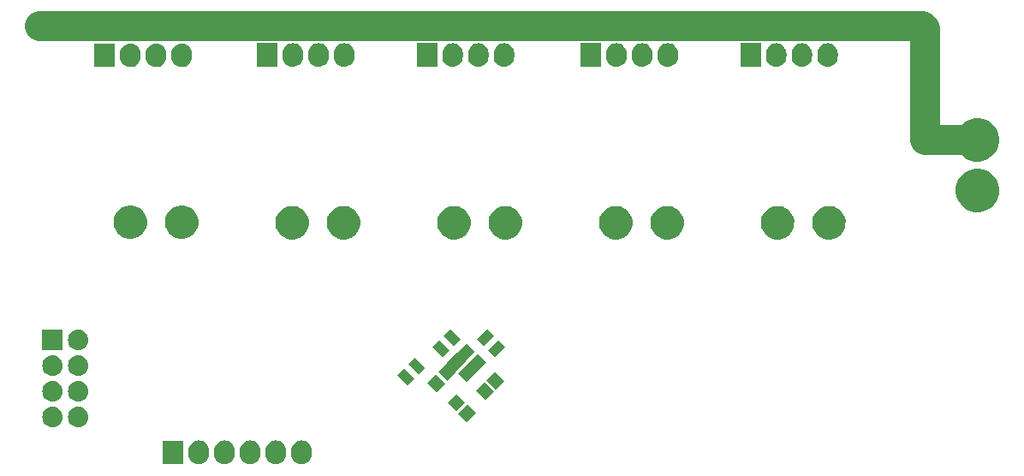
<source format=gbs>
%FSLAX46Y46*%
G04 Gerber Fmt 4.6, Leading zero omitted, Abs format (unit mm)*
G04 Created by KiCad (PCBNEW (2014-09-25 BZR 5147)-product) date mån 17 nov 2014 05:06:59*
%MOMM*%
G01*
G04 APERTURE LIST*
%ADD10C,0.100000*%
%ADD11C,3.000000*%
G04 APERTURE END LIST*
D10*
D11*
X187500000Y-61250000D02*
X100250000Y-61250000D01*
X187750000Y-61500000D02*
X187500000Y-61250000D01*
X187750000Y-72500000D02*
X187750000Y-61500000D01*
X193000000Y-72500000D02*
X193000000Y-72750000D01*
X187750000Y-72500000D02*
X193000000Y-72500000D01*
D10*
G36*
X102544628Y-94836972D02*
X102543516Y-94846884D01*
X102543501Y-94849056D01*
X102521450Y-95045643D01*
X102521098Y-95046752D01*
X102520784Y-95049553D01*
X102463339Y-95230640D01*
X102461985Y-95233101D01*
X102461636Y-95234204D01*
X102366335Y-95407555D01*
X102365594Y-95408437D01*
X102362243Y-95414534D01*
X102362242Y-95414535D01*
X102244863Y-95554421D01*
X102239444Y-95558777D01*
X102239179Y-95559094D01*
X102085010Y-95683048D01*
X102084648Y-95683236D01*
X102081324Y-95685910D01*
X101912959Y-95773930D01*
X101718814Y-95831069D01*
X101522225Y-95848961D01*
X101328371Y-95828586D01*
X101132665Y-95768005D01*
X100967712Y-95678815D01*
X100963662Y-95675465D01*
X100963202Y-95675216D01*
X100810779Y-95549121D01*
X100810447Y-95548714D01*
X100806025Y-95545056D01*
X100689061Y-95401644D01*
X100686366Y-95396577D01*
X100685751Y-95395822D01*
X100592880Y-95221157D01*
X100592598Y-95220223D01*
X100591712Y-95218557D01*
X100536088Y-95034322D01*
X100535903Y-95032440D01*
X100535704Y-95031780D01*
X100516400Y-94834904D01*
X100516400Y-94833530D01*
X100515370Y-94823026D01*
X100516483Y-94813095D01*
X100516499Y-94810944D01*
X100538550Y-94614357D01*
X100538900Y-94613253D01*
X100539215Y-94610446D01*
X100596659Y-94429356D01*
X100598020Y-94426880D01*
X100598364Y-94425796D01*
X100693665Y-94252445D01*
X100694396Y-94251573D01*
X100697755Y-94245464D01*
X100697756Y-94245464D01*
X100815132Y-94105579D01*
X100815133Y-94105579D01*
X100820563Y-94101212D01*
X100820821Y-94100906D01*
X100974990Y-93976952D01*
X100975338Y-93976769D01*
X100978674Y-93974088D01*
X101147040Y-93886069D01*
X101341179Y-93828930D01*
X101537774Y-93811039D01*
X101731632Y-93831414D01*
X101927334Y-93891994D01*
X102092286Y-93981183D01*
X102096338Y-93984535D01*
X102096798Y-93984784D01*
X102249221Y-94110879D01*
X102249550Y-94111282D01*
X102253976Y-94114944D01*
X102370938Y-94258354D01*
X102373633Y-94263422D01*
X102374249Y-94264178D01*
X102467120Y-94438843D01*
X102467402Y-94439779D01*
X102468285Y-94441439D01*
X102523911Y-94625677D01*
X102524095Y-94627554D01*
X102524296Y-94628220D01*
X102543600Y-94825096D01*
X102543600Y-94826487D01*
X102544628Y-94836972D01*
X102544628Y-94836972D01*
G37*
G36*
X102544628Y-97376972D02*
X102543516Y-97386884D01*
X102543501Y-97389056D01*
X102521450Y-97585643D01*
X102521098Y-97586752D01*
X102520784Y-97589553D01*
X102463339Y-97770640D01*
X102461985Y-97773101D01*
X102461636Y-97774204D01*
X102366335Y-97947555D01*
X102365594Y-97948437D01*
X102362243Y-97954534D01*
X102362242Y-97954535D01*
X102244863Y-98094421D01*
X102239444Y-98098777D01*
X102239179Y-98099094D01*
X102085010Y-98223048D01*
X102084648Y-98223236D01*
X102081324Y-98225910D01*
X101912959Y-98313930D01*
X101718814Y-98371069D01*
X101522225Y-98388961D01*
X101328371Y-98368586D01*
X101132665Y-98308005D01*
X100967712Y-98218815D01*
X100963662Y-98215465D01*
X100963202Y-98215216D01*
X100810779Y-98089121D01*
X100810447Y-98088714D01*
X100806025Y-98085056D01*
X100689061Y-97941644D01*
X100686366Y-97936577D01*
X100685751Y-97935822D01*
X100592880Y-97761157D01*
X100592598Y-97760223D01*
X100591712Y-97758557D01*
X100536088Y-97574322D01*
X100535903Y-97572440D01*
X100535704Y-97571780D01*
X100516400Y-97374904D01*
X100516400Y-97373530D01*
X100515370Y-97363026D01*
X100516483Y-97353095D01*
X100516499Y-97350944D01*
X100538550Y-97154357D01*
X100538900Y-97153253D01*
X100539215Y-97150446D01*
X100596659Y-96969356D01*
X100598020Y-96966880D01*
X100598364Y-96965796D01*
X100693665Y-96792445D01*
X100694396Y-96791573D01*
X100697755Y-96785464D01*
X100697756Y-96785464D01*
X100815132Y-96645579D01*
X100815133Y-96645579D01*
X100820563Y-96641212D01*
X100820821Y-96640906D01*
X100974990Y-96516952D01*
X100975338Y-96516769D01*
X100978674Y-96514088D01*
X101147040Y-96426069D01*
X101341179Y-96368930D01*
X101537774Y-96351039D01*
X101731632Y-96371414D01*
X101927334Y-96431994D01*
X102092286Y-96521183D01*
X102096338Y-96524535D01*
X102096798Y-96524784D01*
X102249221Y-96650879D01*
X102249550Y-96651282D01*
X102253976Y-96654944D01*
X102370938Y-96798354D01*
X102373633Y-96803422D01*
X102374249Y-96804178D01*
X102467120Y-96978843D01*
X102467402Y-96979779D01*
X102468285Y-96981439D01*
X102523911Y-97165677D01*
X102524095Y-97167554D01*
X102524296Y-97168220D01*
X102543600Y-97365096D01*
X102543600Y-97366487D01*
X102544628Y-97376972D01*
X102544628Y-97376972D01*
G37*
G36*
X102544628Y-99916972D02*
X102543516Y-99926884D01*
X102543501Y-99929056D01*
X102521450Y-100125643D01*
X102521098Y-100126752D01*
X102520784Y-100129553D01*
X102463339Y-100310640D01*
X102461985Y-100313101D01*
X102461636Y-100314204D01*
X102366335Y-100487555D01*
X102365594Y-100488437D01*
X102362243Y-100494534D01*
X102362242Y-100494535D01*
X102244863Y-100634421D01*
X102239444Y-100638777D01*
X102239179Y-100639094D01*
X102085010Y-100763048D01*
X102084648Y-100763236D01*
X102081324Y-100765910D01*
X101912959Y-100853930D01*
X101718814Y-100911069D01*
X101522225Y-100928961D01*
X101328371Y-100908586D01*
X101132665Y-100848005D01*
X100967712Y-100758815D01*
X100963662Y-100755465D01*
X100963202Y-100755216D01*
X100810779Y-100629121D01*
X100810447Y-100628714D01*
X100806025Y-100625056D01*
X100689061Y-100481644D01*
X100686366Y-100476577D01*
X100685751Y-100475822D01*
X100592880Y-100301157D01*
X100592598Y-100300223D01*
X100591712Y-100298557D01*
X100536088Y-100114322D01*
X100535903Y-100112440D01*
X100535704Y-100111780D01*
X100516400Y-99914904D01*
X100516400Y-99913530D01*
X100515370Y-99903026D01*
X100516483Y-99893095D01*
X100516499Y-99890944D01*
X100538550Y-99694357D01*
X100538900Y-99693253D01*
X100539215Y-99690446D01*
X100596659Y-99509356D01*
X100598020Y-99506880D01*
X100598364Y-99505796D01*
X100693665Y-99332445D01*
X100694396Y-99331573D01*
X100697755Y-99325464D01*
X100697756Y-99325464D01*
X100815132Y-99185579D01*
X100815133Y-99185579D01*
X100820563Y-99181212D01*
X100820821Y-99180906D01*
X100974990Y-99056952D01*
X100975338Y-99056769D01*
X100978674Y-99054088D01*
X101147040Y-98966069D01*
X101341179Y-98908930D01*
X101537774Y-98891039D01*
X101731632Y-98911414D01*
X101927334Y-98971994D01*
X102092286Y-99061183D01*
X102096338Y-99064535D01*
X102096798Y-99064784D01*
X102249221Y-99190879D01*
X102249550Y-99191282D01*
X102253976Y-99194944D01*
X102370938Y-99338354D01*
X102373633Y-99343422D01*
X102374249Y-99344178D01*
X102467120Y-99518843D01*
X102467402Y-99519779D01*
X102468285Y-99521439D01*
X102523911Y-99705677D01*
X102524095Y-99707554D01*
X102524296Y-99708220D01*
X102543600Y-99905096D01*
X102543600Y-99906487D01*
X102544628Y-99916972D01*
X102544628Y-99916972D01*
G37*
G36*
X102545119Y-93303600D02*
X102543600Y-93303600D01*
X100516400Y-93303600D01*
X100514880Y-93303600D01*
X100514880Y-91276400D01*
X100516400Y-91276400D01*
X102543600Y-91276400D01*
X102545119Y-91276400D01*
X102545119Y-93303600D01*
X102545119Y-93303600D01*
G37*
G36*
X105084628Y-92296972D02*
X105083516Y-92306884D01*
X105083501Y-92309056D01*
X105061450Y-92505643D01*
X105061098Y-92506752D01*
X105060784Y-92509553D01*
X105003339Y-92690640D01*
X105001985Y-92693101D01*
X105001636Y-92694204D01*
X104906335Y-92867555D01*
X104905594Y-92868437D01*
X104902243Y-92874534D01*
X104902242Y-92874535D01*
X104784863Y-93014421D01*
X104779444Y-93018777D01*
X104779179Y-93019094D01*
X104625010Y-93143048D01*
X104624648Y-93143236D01*
X104621324Y-93145910D01*
X104452959Y-93233930D01*
X104258814Y-93291069D01*
X104062225Y-93308961D01*
X103868371Y-93288586D01*
X103672665Y-93228005D01*
X103507712Y-93138815D01*
X103503662Y-93135465D01*
X103503202Y-93135216D01*
X103350779Y-93009121D01*
X103350447Y-93008714D01*
X103346025Y-93005056D01*
X103229061Y-92861644D01*
X103226366Y-92856577D01*
X103225751Y-92855822D01*
X103132880Y-92681157D01*
X103132598Y-92680223D01*
X103131712Y-92678557D01*
X103076088Y-92494322D01*
X103075903Y-92492440D01*
X103075704Y-92491780D01*
X103056400Y-92294904D01*
X103056400Y-92293530D01*
X103055370Y-92283026D01*
X103056483Y-92273095D01*
X103056499Y-92270944D01*
X103078550Y-92074357D01*
X103078900Y-92073253D01*
X103079215Y-92070446D01*
X103136659Y-91889356D01*
X103138020Y-91886880D01*
X103138364Y-91885796D01*
X103233665Y-91712445D01*
X103234396Y-91711573D01*
X103237755Y-91705464D01*
X103237756Y-91705464D01*
X103355132Y-91565579D01*
X103355133Y-91565579D01*
X103360563Y-91561212D01*
X103360821Y-91560906D01*
X103514990Y-91436952D01*
X103515338Y-91436769D01*
X103518674Y-91434088D01*
X103687040Y-91346069D01*
X103881179Y-91288930D01*
X104077774Y-91271039D01*
X104271632Y-91291414D01*
X104467334Y-91351994D01*
X104632286Y-91441183D01*
X104636338Y-91444535D01*
X104636798Y-91444784D01*
X104789221Y-91570879D01*
X104789550Y-91571282D01*
X104793976Y-91574944D01*
X104910938Y-91718354D01*
X104913633Y-91723422D01*
X104914249Y-91724178D01*
X105007120Y-91898843D01*
X105007402Y-91899779D01*
X105008285Y-91901439D01*
X105063911Y-92085677D01*
X105064095Y-92087554D01*
X105064296Y-92088220D01*
X105083600Y-92285096D01*
X105083600Y-92286487D01*
X105084628Y-92296972D01*
X105084628Y-92296972D01*
G37*
G36*
X105084628Y-94836972D02*
X105083516Y-94846884D01*
X105083501Y-94849056D01*
X105061450Y-95045643D01*
X105061098Y-95046752D01*
X105060784Y-95049553D01*
X105003339Y-95230640D01*
X105001985Y-95233101D01*
X105001636Y-95234204D01*
X104906335Y-95407555D01*
X104905594Y-95408437D01*
X104902243Y-95414534D01*
X104902242Y-95414535D01*
X104784863Y-95554421D01*
X104779444Y-95558777D01*
X104779179Y-95559094D01*
X104625010Y-95683048D01*
X104624648Y-95683236D01*
X104621324Y-95685910D01*
X104452959Y-95773930D01*
X104258814Y-95831069D01*
X104062225Y-95848961D01*
X103868371Y-95828586D01*
X103672665Y-95768005D01*
X103507712Y-95678815D01*
X103503662Y-95675465D01*
X103503202Y-95675216D01*
X103350779Y-95549121D01*
X103350447Y-95548714D01*
X103346025Y-95545056D01*
X103229061Y-95401644D01*
X103226366Y-95396577D01*
X103225751Y-95395822D01*
X103132880Y-95221157D01*
X103132598Y-95220223D01*
X103131712Y-95218557D01*
X103076088Y-95034322D01*
X103075903Y-95032440D01*
X103075704Y-95031780D01*
X103056400Y-94834904D01*
X103056400Y-94833530D01*
X103055370Y-94823026D01*
X103056483Y-94813095D01*
X103056499Y-94810944D01*
X103078550Y-94614357D01*
X103078900Y-94613253D01*
X103079215Y-94610446D01*
X103136659Y-94429356D01*
X103138020Y-94426880D01*
X103138364Y-94425796D01*
X103233665Y-94252445D01*
X103234396Y-94251573D01*
X103237755Y-94245464D01*
X103237756Y-94245464D01*
X103355132Y-94105579D01*
X103355133Y-94105579D01*
X103360563Y-94101212D01*
X103360821Y-94100906D01*
X103514990Y-93976952D01*
X103515338Y-93976769D01*
X103518674Y-93974088D01*
X103687040Y-93886069D01*
X103881179Y-93828930D01*
X104077774Y-93811039D01*
X104271632Y-93831414D01*
X104467334Y-93891994D01*
X104632286Y-93981183D01*
X104636338Y-93984535D01*
X104636798Y-93984784D01*
X104789221Y-94110879D01*
X104789550Y-94111282D01*
X104793976Y-94114944D01*
X104910938Y-94258354D01*
X104913633Y-94263422D01*
X104914249Y-94264178D01*
X105007120Y-94438843D01*
X105007402Y-94439779D01*
X105008285Y-94441439D01*
X105063911Y-94625677D01*
X105064095Y-94627554D01*
X105064296Y-94628220D01*
X105083600Y-94825096D01*
X105083600Y-94826487D01*
X105084628Y-94836972D01*
X105084628Y-94836972D01*
G37*
G36*
X105084628Y-97376972D02*
X105083516Y-97386884D01*
X105083501Y-97389056D01*
X105061450Y-97585643D01*
X105061098Y-97586752D01*
X105060784Y-97589553D01*
X105003339Y-97770640D01*
X105001985Y-97773101D01*
X105001636Y-97774204D01*
X104906335Y-97947555D01*
X104905594Y-97948437D01*
X104902243Y-97954534D01*
X104902242Y-97954535D01*
X104784863Y-98094421D01*
X104779444Y-98098777D01*
X104779179Y-98099094D01*
X104625010Y-98223048D01*
X104624648Y-98223236D01*
X104621324Y-98225910D01*
X104452959Y-98313930D01*
X104258814Y-98371069D01*
X104062225Y-98388961D01*
X103868371Y-98368586D01*
X103672665Y-98308005D01*
X103507712Y-98218815D01*
X103503662Y-98215465D01*
X103503202Y-98215216D01*
X103350779Y-98089121D01*
X103350447Y-98088714D01*
X103346025Y-98085056D01*
X103229061Y-97941644D01*
X103226366Y-97936577D01*
X103225751Y-97935822D01*
X103132880Y-97761157D01*
X103132598Y-97760223D01*
X103131712Y-97758557D01*
X103076088Y-97574322D01*
X103075903Y-97572440D01*
X103075704Y-97571780D01*
X103056400Y-97374904D01*
X103056400Y-97373530D01*
X103055370Y-97363026D01*
X103056483Y-97353095D01*
X103056499Y-97350944D01*
X103078550Y-97154357D01*
X103078900Y-97153253D01*
X103079215Y-97150446D01*
X103136659Y-96969356D01*
X103138020Y-96966880D01*
X103138364Y-96965796D01*
X103233665Y-96792445D01*
X103234396Y-96791573D01*
X103237755Y-96785464D01*
X103237756Y-96785464D01*
X103355132Y-96645579D01*
X103355133Y-96645579D01*
X103360563Y-96641212D01*
X103360821Y-96640906D01*
X103514990Y-96516952D01*
X103515338Y-96516769D01*
X103518674Y-96514088D01*
X103687040Y-96426069D01*
X103881179Y-96368930D01*
X104077774Y-96351039D01*
X104271632Y-96371414D01*
X104467334Y-96431994D01*
X104632286Y-96521183D01*
X104636338Y-96524535D01*
X104636798Y-96524784D01*
X104789221Y-96650879D01*
X104789550Y-96651282D01*
X104793976Y-96654944D01*
X104910938Y-96798354D01*
X104913633Y-96803422D01*
X104914249Y-96804178D01*
X105007120Y-96978843D01*
X105007402Y-96979779D01*
X105008285Y-96981439D01*
X105063911Y-97165677D01*
X105064095Y-97167554D01*
X105064296Y-97168220D01*
X105083600Y-97365096D01*
X105083600Y-97366487D01*
X105084628Y-97376972D01*
X105084628Y-97376972D01*
G37*
G36*
X105084628Y-99916972D02*
X105083516Y-99926884D01*
X105083501Y-99929056D01*
X105061450Y-100125643D01*
X105061098Y-100126752D01*
X105060784Y-100129553D01*
X105003339Y-100310640D01*
X105001985Y-100313101D01*
X105001636Y-100314204D01*
X104906335Y-100487555D01*
X104905594Y-100488437D01*
X104902243Y-100494534D01*
X104902242Y-100494535D01*
X104784863Y-100634421D01*
X104779444Y-100638777D01*
X104779179Y-100639094D01*
X104625010Y-100763048D01*
X104624648Y-100763236D01*
X104621324Y-100765910D01*
X104452959Y-100853930D01*
X104258814Y-100911069D01*
X104062225Y-100928961D01*
X103868371Y-100908586D01*
X103672665Y-100848005D01*
X103507712Y-100758815D01*
X103503662Y-100755465D01*
X103503202Y-100755216D01*
X103350779Y-100629121D01*
X103350447Y-100628714D01*
X103346025Y-100625056D01*
X103229061Y-100481644D01*
X103226366Y-100476577D01*
X103225751Y-100475822D01*
X103132880Y-100301157D01*
X103132598Y-100300223D01*
X103131712Y-100298557D01*
X103076088Y-100114322D01*
X103075903Y-100112440D01*
X103075704Y-100111780D01*
X103056400Y-99914904D01*
X103056400Y-99913530D01*
X103055370Y-99903026D01*
X103056483Y-99893095D01*
X103056499Y-99890944D01*
X103078550Y-99694357D01*
X103078900Y-99693253D01*
X103079215Y-99690446D01*
X103136659Y-99509356D01*
X103138020Y-99506880D01*
X103138364Y-99505796D01*
X103233665Y-99332445D01*
X103234396Y-99331573D01*
X103237755Y-99325464D01*
X103237756Y-99325464D01*
X103355132Y-99185579D01*
X103355133Y-99185579D01*
X103360563Y-99181212D01*
X103360821Y-99180906D01*
X103514990Y-99056952D01*
X103515338Y-99056769D01*
X103518674Y-99054088D01*
X103687040Y-98966069D01*
X103881179Y-98908930D01*
X104077774Y-98891039D01*
X104271632Y-98911414D01*
X104467334Y-98971994D01*
X104632286Y-99061183D01*
X104636338Y-99064535D01*
X104636798Y-99064784D01*
X104789221Y-99190879D01*
X104789550Y-99191282D01*
X104793976Y-99194944D01*
X104910938Y-99338354D01*
X104913633Y-99343422D01*
X104914249Y-99344178D01*
X105007120Y-99518843D01*
X105007402Y-99519779D01*
X105008285Y-99521439D01*
X105063911Y-99705677D01*
X105064095Y-99707554D01*
X105064296Y-99708220D01*
X105083600Y-99905096D01*
X105083600Y-99906487D01*
X105084628Y-99916972D01*
X105084628Y-99916972D01*
G37*
G36*
X107695119Y-65301000D02*
X107693600Y-65301000D01*
X105666400Y-65301000D01*
X105664880Y-65301000D01*
X105664880Y-62969000D01*
X105666400Y-62969000D01*
X107693600Y-62969000D01*
X107695119Y-62969000D01*
X107695119Y-65301000D01*
X107695119Y-65301000D01*
G37*
G36*
X110235119Y-64276161D02*
X110235010Y-64291709D01*
X110233516Y-64305027D01*
X110233501Y-64307194D01*
X110211450Y-64503781D01*
X110211098Y-64504890D01*
X110210784Y-64507691D01*
X110153339Y-64688778D01*
X110151985Y-64691239D01*
X110151636Y-64692342D01*
X110056335Y-64865693D01*
X110055594Y-64866575D01*
X110052243Y-64872672D01*
X110052242Y-64872673D01*
X109934863Y-65012559D01*
X109929444Y-65016915D01*
X109929179Y-65017232D01*
X109775010Y-65141186D01*
X109774648Y-65141374D01*
X109771324Y-65144048D01*
X109602959Y-65232068D01*
X109408814Y-65289207D01*
X109212225Y-65307099D01*
X109018371Y-65286724D01*
X108822665Y-65226143D01*
X108657712Y-65136953D01*
X108653662Y-65133603D01*
X108653202Y-65133354D01*
X108500779Y-65007259D01*
X108500447Y-65006852D01*
X108496025Y-65003194D01*
X108379061Y-64859782D01*
X108376366Y-64854715D01*
X108375751Y-64853960D01*
X108282880Y-64679295D01*
X108282598Y-64678361D01*
X108281712Y-64676695D01*
X108226088Y-64492460D01*
X108225903Y-64490579D01*
X108225704Y-64489918D01*
X108206400Y-64293042D01*
X108206400Y-64291663D01*
X108204880Y-64276161D01*
X108204880Y-63993838D01*
X108204989Y-63978290D01*
X108206483Y-63964962D01*
X108206499Y-63962806D01*
X108228550Y-63766219D01*
X108228900Y-63765115D01*
X108229215Y-63762308D01*
X108286659Y-63581218D01*
X108288020Y-63578742D01*
X108288364Y-63577658D01*
X108383665Y-63404307D01*
X108384396Y-63403435D01*
X108387755Y-63397326D01*
X108387756Y-63397326D01*
X108505132Y-63257441D01*
X108505133Y-63257441D01*
X108510563Y-63253074D01*
X108510821Y-63252768D01*
X108664990Y-63128814D01*
X108665338Y-63128631D01*
X108668674Y-63125950D01*
X108837040Y-63037931D01*
X109031179Y-62980792D01*
X109227774Y-62962901D01*
X109421632Y-62983276D01*
X109617334Y-63043856D01*
X109782286Y-63133045D01*
X109786338Y-63136397D01*
X109786798Y-63136646D01*
X109939221Y-63262741D01*
X109939550Y-63263144D01*
X109943976Y-63266806D01*
X110060938Y-63410216D01*
X110063633Y-63415284D01*
X110064249Y-63416040D01*
X110157120Y-63590705D01*
X110157402Y-63591641D01*
X110158285Y-63593301D01*
X110213911Y-63777539D01*
X110214095Y-63779416D01*
X110214296Y-63780082D01*
X110233600Y-63976958D01*
X110233600Y-63978345D01*
X110235119Y-63993838D01*
X110235119Y-64276161D01*
X110235119Y-64276161D01*
G37*
G36*
X110871011Y-80488492D02*
X110865991Y-80848013D01*
X110792726Y-81170486D01*
X110662262Y-81463515D01*
X110475936Y-81727648D01*
X110238261Y-81953983D01*
X109971613Y-82123203D01*
X109658649Y-82244594D01*
X109354892Y-82298154D01*
X109019295Y-82291124D01*
X108710846Y-82223308D01*
X108410087Y-82091909D01*
X108144665Y-81907436D01*
X107921849Y-81676703D01*
X107742708Y-81398731D01*
X107627356Y-81107385D01*
X107566760Y-80777224D01*
X107571101Y-80466364D01*
X107640374Y-80140459D01*
X107765760Y-79847914D01*
X107949779Y-79579159D01*
X108182497Y-79351265D01*
X108448822Y-79176986D01*
X108757751Y-79052172D01*
X109063132Y-78993917D01*
X109398803Y-78996260D01*
X109705751Y-79059268D01*
X110010609Y-79187417D01*
X110276527Y-79366782D01*
X110504291Y-79596141D01*
X110685916Y-79869510D01*
X110806263Y-80161494D01*
X110871011Y-80488492D01*
X110871011Y-80488492D01*
G37*
G36*
X112775119Y-64276161D02*
X112775010Y-64291709D01*
X112773516Y-64305027D01*
X112773501Y-64307194D01*
X112751450Y-64503781D01*
X112751098Y-64504890D01*
X112750784Y-64507691D01*
X112693339Y-64688778D01*
X112691985Y-64691239D01*
X112691636Y-64692342D01*
X112596335Y-64865693D01*
X112595594Y-64866575D01*
X112592243Y-64872672D01*
X112592242Y-64872673D01*
X112474863Y-65012559D01*
X112469444Y-65016915D01*
X112469179Y-65017232D01*
X112315010Y-65141186D01*
X112314648Y-65141374D01*
X112311324Y-65144048D01*
X112142959Y-65232068D01*
X111948814Y-65289207D01*
X111752225Y-65307099D01*
X111558371Y-65286724D01*
X111362665Y-65226143D01*
X111197712Y-65136953D01*
X111193662Y-65133603D01*
X111193202Y-65133354D01*
X111040779Y-65007259D01*
X111040447Y-65006852D01*
X111036025Y-65003194D01*
X110919061Y-64859782D01*
X110916366Y-64854715D01*
X110915751Y-64853960D01*
X110822880Y-64679295D01*
X110822598Y-64678361D01*
X110821712Y-64676695D01*
X110766088Y-64492460D01*
X110765903Y-64490579D01*
X110765704Y-64489918D01*
X110746400Y-64293042D01*
X110746400Y-64291663D01*
X110744880Y-64276161D01*
X110744880Y-63993838D01*
X110744989Y-63978290D01*
X110746483Y-63964962D01*
X110746499Y-63962806D01*
X110768550Y-63766219D01*
X110768900Y-63765115D01*
X110769215Y-63762308D01*
X110826659Y-63581218D01*
X110828020Y-63578742D01*
X110828364Y-63577658D01*
X110923665Y-63404307D01*
X110924396Y-63403435D01*
X110927755Y-63397326D01*
X110927756Y-63397326D01*
X111045132Y-63257441D01*
X111045133Y-63257441D01*
X111050563Y-63253074D01*
X111050821Y-63252768D01*
X111204990Y-63128814D01*
X111205338Y-63128631D01*
X111208674Y-63125950D01*
X111377040Y-63037931D01*
X111571179Y-62980792D01*
X111767774Y-62962901D01*
X111961632Y-62983276D01*
X112157334Y-63043856D01*
X112322286Y-63133045D01*
X112326338Y-63136397D01*
X112326798Y-63136646D01*
X112479221Y-63262741D01*
X112479550Y-63263144D01*
X112483976Y-63266806D01*
X112600938Y-63410216D01*
X112603633Y-63415284D01*
X112604249Y-63416040D01*
X112697120Y-63590705D01*
X112697402Y-63591641D01*
X112698285Y-63593301D01*
X112753911Y-63777539D01*
X112754095Y-63779416D01*
X112754296Y-63780082D01*
X112773600Y-63976958D01*
X112773600Y-63978345D01*
X112775119Y-63993838D01*
X112775119Y-64276161D01*
X112775119Y-64276161D01*
G37*
G36*
X114465119Y-104566000D02*
X114463600Y-104566000D01*
X112436400Y-104566000D01*
X112434880Y-104566000D01*
X112434880Y-102234000D01*
X112436400Y-102234000D01*
X114463600Y-102234000D01*
X114465119Y-102234000D01*
X114465119Y-104566000D01*
X114465119Y-104566000D01*
G37*
G36*
X115315119Y-64276161D02*
X115315010Y-64291709D01*
X115313516Y-64305027D01*
X115313501Y-64307194D01*
X115291450Y-64503781D01*
X115291098Y-64504890D01*
X115290784Y-64507691D01*
X115233339Y-64688778D01*
X115231985Y-64691239D01*
X115231636Y-64692342D01*
X115136335Y-64865693D01*
X115135594Y-64866575D01*
X115132243Y-64872672D01*
X115132242Y-64872673D01*
X115014863Y-65012559D01*
X115009444Y-65016915D01*
X115009179Y-65017232D01*
X114855010Y-65141186D01*
X114854648Y-65141374D01*
X114851324Y-65144048D01*
X114682959Y-65232068D01*
X114488814Y-65289207D01*
X114292225Y-65307099D01*
X114098371Y-65286724D01*
X113902665Y-65226143D01*
X113737712Y-65136953D01*
X113733662Y-65133603D01*
X113733202Y-65133354D01*
X113580779Y-65007259D01*
X113580447Y-65006852D01*
X113576025Y-65003194D01*
X113459061Y-64859782D01*
X113456366Y-64854715D01*
X113455751Y-64853960D01*
X113362880Y-64679295D01*
X113362598Y-64678361D01*
X113361712Y-64676695D01*
X113306088Y-64492460D01*
X113305903Y-64490579D01*
X113305704Y-64489918D01*
X113286400Y-64293042D01*
X113286400Y-64291663D01*
X113284880Y-64276161D01*
X113284880Y-63993838D01*
X113284989Y-63978290D01*
X113286483Y-63964962D01*
X113286499Y-63962806D01*
X113308550Y-63766219D01*
X113308900Y-63765115D01*
X113309215Y-63762308D01*
X113366659Y-63581218D01*
X113368020Y-63578742D01*
X113368364Y-63577658D01*
X113463665Y-63404307D01*
X113464396Y-63403435D01*
X113467755Y-63397326D01*
X113467756Y-63397326D01*
X113585132Y-63257441D01*
X113585133Y-63257441D01*
X113590563Y-63253074D01*
X113590821Y-63252768D01*
X113744990Y-63128814D01*
X113745338Y-63128631D01*
X113748674Y-63125950D01*
X113917040Y-63037931D01*
X114111179Y-62980792D01*
X114307774Y-62962901D01*
X114501632Y-62983276D01*
X114697334Y-63043856D01*
X114862286Y-63133045D01*
X114866338Y-63136397D01*
X114866798Y-63136646D01*
X115019221Y-63262741D01*
X115019550Y-63263144D01*
X115023976Y-63266806D01*
X115140938Y-63410216D01*
X115143633Y-63415284D01*
X115144249Y-63416040D01*
X115237120Y-63590705D01*
X115237402Y-63591641D01*
X115238285Y-63593301D01*
X115293911Y-63777539D01*
X115294095Y-63779416D01*
X115294296Y-63780082D01*
X115313600Y-63976958D01*
X115313600Y-63978345D01*
X115315119Y-63993838D01*
X115315119Y-64276161D01*
X115315119Y-64276161D01*
G37*
G36*
X115951011Y-80488492D02*
X115945991Y-80848013D01*
X115872726Y-81170486D01*
X115742262Y-81463515D01*
X115555936Y-81727648D01*
X115318261Y-81953983D01*
X115051613Y-82123203D01*
X114738649Y-82244594D01*
X114434892Y-82298154D01*
X114099295Y-82291124D01*
X113790846Y-82223308D01*
X113490087Y-82091909D01*
X113224665Y-81907436D01*
X113001849Y-81676703D01*
X112822708Y-81398731D01*
X112707356Y-81107385D01*
X112646760Y-80777224D01*
X112651101Y-80466364D01*
X112720374Y-80140459D01*
X112845760Y-79847914D01*
X113029779Y-79579159D01*
X113262497Y-79351265D01*
X113528822Y-79176986D01*
X113837751Y-79052172D01*
X114143132Y-78993917D01*
X114478803Y-78996260D01*
X114785751Y-79059268D01*
X115090609Y-79187417D01*
X115356527Y-79366782D01*
X115584291Y-79596141D01*
X115765916Y-79869510D01*
X115886263Y-80161494D01*
X115951011Y-80488492D01*
X115951011Y-80488492D01*
G37*
G36*
X117005119Y-103541161D02*
X117005010Y-103556709D01*
X117003516Y-103570027D01*
X117003501Y-103572194D01*
X116981450Y-103768781D01*
X116981098Y-103769890D01*
X116980784Y-103772691D01*
X116923339Y-103953778D01*
X116921985Y-103956239D01*
X116921636Y-103957342D01*
X116826335Y-104130693D01*
X116825594Y-104131575D01*
X116822243Y-104137672D01*
X116822242Y-104137673D01*
X116704863Y-104277559D01*
X116699444Y-104281915D01*
X116699179Y-104282232D01*
X116545010Y-104406186D01*
X116544648Y-104406374D01*
X116541324Y-104409048D01*
X116372959Y-104497068D01*
X116178814Y-104554207D01*
X115982225Y-104572099D01*
X115788371Y-104551724D01*
X115592665Y-104491143D01*
X115427712Y-104401953D01*
X115423662Y-104398603D01*
X115423202Y-104398354D01*
X115270779Y-104272259D01*
X115270447Y-104271852D01*
X115266025Y-104268194D01*
X115149061Y-104124782D01*
X115146366Y-104119715D01*
X115145751Y-104118960D01*
X115052880Y-103944295D01*
X115052598Y-103943361D01*
X115051712Y-103941695D01*
X114996088Y-103757460D01*
X114995903Y-103755579D01*
X114995704Y-103754918D01*
X114976400Y-103558042D01*
X114976400Y-103556663D01*
X114974880Y-103541161D01*
X114974880Y-103258838D01*
X114974989Y-103243290D01*
X114976483Y-103229962D01*
X114976499Y-103227806D01*
X114998550Y-103031219D01*
X114998900Y-103030115D01*
X114999215Y-103027308D01*
X115056659Y-102846218D01*
X115058020Y-102843742D01*
X115058364Y-102842658D01*
X115153665Y-102669307D01*
X115154396Y-102668435D01*
X115157755Y-102662326D01*
X115157756Y-102662326D01*
X115275132Y-102522441D01*
X115275133Y-102522441D01*
X115280563Y-102518074D01*
X115280821Y-102517768D01*
X115434990Y-102393814D01*
X115435338Y-102393631D01*
X115438674Y-102390950D01*
X115607040Y-102302931D01*
X115801179Y-102245792D01*
X115997774Y-102227901D01*
X116191632Y-102248276D01*
X116387334Y-102308856D01*
X116552286Y-102398045D01*
X116556338Y-102401397D01*
X116556798Y-102401646D01*
X116709221Y-102527741D01*
X116709550Y-102528144D01*
X116713976Y-102531806D01*
X116830938Y-102675216D01*
X116833633Y-102680284D01*
X116834249Y-102681040D01*
X116927120Y-102855705D01*
X116927402Y-102856641D01*
X116928285Y-102858301D01*
X116983911Y-103042539D01*
X116984095Y-103044416D01*
X116984296Y-103045082D01*
X117003600Y-103241958D01*
X117003600Y-103243345D01*
X117005119Y-103258838D01*
X117005119Y-103541161D01*
X117005119Y-103541161D01*
G37*
G36*
X119545119Y-103541161D02*
X119545010Y-103556709D01*
X119543516Y-103570027D01*
X119543501Y-103572194D01*
X119521450Y-103768781D01*
X119521098Y-103769890D01*
X119520784Y-103772691D01*
X119463339Y-103953778D01*
X119461985Y-103956239D01*
X119461636Y-103957342D01*
X119366335Y-104130693D01*
X119365594Y-104131575D01*
X119362243Y-104137672D01*
X119362242Y-104137673D01*
X119244863Y-104277559D01*
X119239444Y-104281915D01*
X119239179Y-104282232D01*
X119085010Y-104406186D01*
X119084648Y-104406374D01*
X119081324Y-104409048D01*
X118912959Y-104497068D01*
X118718814Y-104554207D01*
X118522225Y-104572099D01*
X118328371Y-104551724D01*
X118132665Y-104491143D01*
X117967712Y-104401953D01*
X117963662Y-104398603D01*
X117963202Y-104398354D01*
X117810779Y-104272259D01*
X117810447Y-104271852D01*
X117806025Y-104268194D01*
X117689061Y-104124782D01*
X117686366Y-104119715D01*
X117685751Y-104118960D01*
X117592880Y-103944295D01*
X117592598Y-103943361D01*
X117591712Y-103941695D01*
X117536088Y-103757460D01*
X117535903Y-103755579D01*
X117535704Y-103754918D01*
X117516400Y-103558042D01*
X117516400Y-103556663D01*
X117514880Y-103541161D01*
X117514880Y-103258838D01*
X117514989Y-103243290D01*
X117516483Y-103229962D01*
X117516499Y-103227806D01*
X117538550Y-103031219D01*
X117538900Y-103030115D01*
X117539215Y-103027308D01*
X117596659Y-102846218D01*
X117598020Y-102843742D01*
X117598364Y-102842658D01*
X117693665Y-102669307D01*
X117694396Y-102668435D01*
X117697755Y-102662326D01*
X117697756Y-102662326D01*
X117815132Y-102522441D01*
X117815133Y-102522441D01*
X117820563Y-102518074D01*
X117820821Y-102517768D01*
X117974990Y-102393814D01*
X117975338Y-102393631D01*
X117978674Y-102390950D01*
X118147040Y-102302931D01*
X118341179Y-102245792D01*
X118537774Y-102227901D01*
X118731632Y-102248276D01*
X118927334Y-102308856D01*
X119092286Y-102398045D01*
X119096338Y-102401397D01*
X119096798Y-102401646D01*
X119249221Y-102527741D01*
X119249550Y-102528144D01*
X119253976Y-102531806D01*
X119370938Y-102675216D01*
X119373633Y-102680284D01*
X119374249Y-102681040D01*
X119467120Y-102855705D01*
X119467402Y-102856641D01*
X119468285Y-102858301D01*
X119523911Y-103042539D01*
X119524095Y-103044416D01*
X119524296Y-103045082D01*
X119543600Y-103241958D01*
X119543600Y-103243345D01*
X119545119Y-103258838D01*
X119545119Y-103541161D01*
X119545119Y-103541161D01*
G37*
G36*
X122085119Y-103541161D02*
X122085010Y-103556709D01*
X122083516Y-103570027D01*
X122083501Y-103572194D01*
X122061450Y-103768781D01*
X122061098Y-103769890D01*
X122060784Y-103772691D01*
X122003339Y-103953778D01*
X122001985Y-103956239D01*
X122001636Y-103957342D01*
X121906335Y-104130693D01*
X121905594Y-104131575D01*
X121902243Y-104137672D01*
X121902242Y-104137673D01*
X121784863Y-104277559D01*
X121779444Y-104281915D01*
X121779179Y-104282232D01*
X121625010Y-104406186D01*
X121624648Y-104406374D01*
X121621324Y-104409048D01*
X121452959Y-104497068D01*
X121258814Y-104554207D01*
X121062225Y-104572099D01*
X120868371Y-104551724D01*
X120672665Y-104491143D01*
X120507712Y-104401953D01*
X120503662Y-104398603D01*
X120503202Y-104398354D01*
X120350779Y-104272259D01*
X120350447Y-104271852D01*
X120346025Y-104268194D01*
X120229061Y-104124782D01*
X120226366Y-104119715D01*
X120225751Y-104118960D01*
X120132880Y-103944295D01*
X120132598Y-103943361D01*
X120131712Y-103941695D01*
X120076088Y-103757460D01*
X120075903Y-103755579D01*
X120075704Y-103754918D01*
X120056400Y-103558042D01*
X120056400Y-103556663D01*
X120054880Y-103541161D01*
X120054880Y-103258838D01*
X120054989Y-103243290D01*
X120056483Y-103229962D01*
X120056499Y-103227806D01*
X120078550Y-103031219D01*
X120078900Y-103030115D01*
X120079215Y-103027308D01*
X120136659Y-102846218D01*
X120138020Y-102843742D01*
X120138364Y-102842658D01*
X120233665Y-102669307D01*
X120234396Y-102668435D01*
X120237755Y-102662326D01*
X120237756Y-102662326D01*
X120355132Y-102522441D01*
X120355133Y-102522441D01*
X120360563Y-102518074D01*
X120360821Y-102517768D01*
X120514990Y-102393814D01*
X120515338Y-102393631D01*
X120518674Y-102390950D01*
X120687040Y-102302931D01*
X120881179Y-102245792D01*
X121077774Y-102227901D01*
X121271632Y-102248276D01*
X121467334Y-102308856D01*
X121632286Y-102398045D01*
X121636338Y-102401397D01*
X121636798Y-102401646D01*
X121789221Y-102527741D01*
X121789550Y-102528144D01*
X121793976Y-102531806D01*
X121910938Y-102675216D01*
X121913633Y-102680284D01*
X121914249Y-102681040D01*
X122007120Y-102855705D01*
X122007402Y-102856641D01*
X122008285Y-102858301D01*
X122063911Y-103042539D01*
X122064095Y-103044416D01*
X122064296Y-103045082D01*
X122083600Y-103241958D01*
X122083600Y-103243345D01*
X122085119Y-103258838D01*
X122085119Y-103541161D01*
X122085119Y-103541161D01*
G37*
G36*
X123765119Y-65266000D02*
X123763600Y-65266000D01*
X121736400Y-65266000D01*
X121734880Y-65266000D01*
X121734880Y-62934000D01*
X121736400Y-62934000D01*
X123763600Y-62934000D01*
X123765119Y-62934000D01*
X123765119Y-65266000D01*
X123765119Y-65266000D01*
G37*
G36*
X124625119Y-103541161D02*
X124625010Y-103556709D01*
X124623516Y-103570027D01*
X124623501Y-103572194D01*
X124601450Y-103768781D01*
X124601098Y-103769890D01*
X124600784Y-103772691D01*
X124543339Y-103953778D01*
X124541985Y-103956239D01*
X124541636Y-103957342D01*
X124446335Y-104130693D01*
X124445594Y-104131575D01*
X124442243Y-104137672D01*
X124442242Y-104137673D01*
X124324863Y-104277559D01*
X124319444Y-104281915D01*
X124319179Y-104282232D01*
X124165010Y-104406186D01*
X124164648Y-104406374D01*
X124161324Y-104409048D01*
X123992959Y-104497068D01*
X123798814Y-104554207D01*
X123602225Y-104572099D01*
X123408371Y-104551724D01*
X123212665Y-104491143D01*
X123047712Y-104401953D01*
X123043662Y-104398603D01*
X123043202Y-104398354D01*
X122890779Y-104272259D01*
X122890447Y-104271852D01*
X122886025Y-104268194D01*
X122769061Y-104124782D01*
X122766366Y-104119715D01*
X122765751Y-104118960D01*
X122672880Y-103944295D01*
X122672598Y-103943361D01*
X122671712Y-103941695D01*
X122616088Y-103757460D01*
X122615903Y-103755579D01*
X122615704Y-103754918D01*
X122596400Y-103558042D01*
X122596400Y-103556663D01*
X122594880Y-103541161D01*
X122594880Y-103258838D01*
X122594989Y-103243290D01*
X122596483Y-103229962D01*
X122596499Y-103227806D01*
X122618550Y-103031219D01*
X122618900Y-103030115D01*
X122619215Y-103027308D01*
X122676659Y-102846218D01*
X122678020Y-102843742D01*
X122678364Y-102842658D01*
X122773665Y-102669307D01*
X122774396Y-102668435D01*
X122777755Y-102662326D01*
X122777756Y-102662326D01*
X122895132Y-102522441D01*
X122895133Y-102522441D01*
X122900563Y-102518074D01*
X122900821Y-102517768D01*
X123054990Y-102393814D01*
X123055338Y-102393631D01*
X123058674Y-102390950D01*
X123227040Y-102302931D01*
X123421179Y-102245792D01*
X123617774Y-102227901D01*
X123811632Y-102248276D01*
X124007334Y-102308856D01*
X124172286Y-102398045D01*
X124176338Y-102401397D01*
X124176798Y-102401646D01*
X124329221Y-102527741D01*
X124329550Y-102528144D01*
X124333976Y-102531806D01*
X124450938Y-102675216D01*
X124453633Y-102680284D01*
X124454249Y-102681040D01*
X124547120Y-102855705D01*
X124547402Y-102856641D01*
X124548285Y-102858301D01*
X124603911Y-103042539D01*
X124604095Y-103044416D01*
X124604296Y-103045082D01*
X124623600Y-103241958D01*
X124623600Y-103243345D01*
X124625119Y-103258838D01*
X124625119Y-103541161D01*
X124625119Y-103541161D01*
G37*
G36*
X126305119Y-64241161D02*
X126305010Y-64256709D01*
X126303516Y-64270027D01*
X126303501Y-64272194D01*
X126281450Y-64468781D01*
X126281098Y-64469890D01*
X126280784Y-64472691D01*
X126223339Y-64653778D01*
X126221985Y-64656239D01*
X126221636Y-64657342D01*
X126126335Y-64830693D01*
X126125594Y-64831575D01*
X126122243Y-64837672D01*
X126122242Y-64837673D01*
X126004863Y-64977559D01*
X125999444Y-64981915D01*
X125999179Y-64982232D01*
X125845010Y-65106186D01*
X125844648Y-65106374D01*
X125841324Y-65109048D01*
X125672959Y-65197068D01*
X125478814Y-65254207D01*
X125282225Y-65272099D01*
X125088371Y-65251724D01*
X124892665Y-65191143D01*
X124727712Y-65101953D01*
X124723662Y-65098603D01*
X124723202Y-65098354D01*
X124570779Y-64972259D01*
X124570447Y-64971852D01*
X124566025Y-64968194D01*
X124449061Y-64824782D01*
X124446366Y-64819715D01*
X124445751Y-64818960D01*
X124352880Y-64644295D01*
X124352598Y-64643361D01*
X124351712Y-64641695D01*
X124296088Y-64457460D01*
X124295903Y-64455579D01*
X124295704Y-64454918D01*
X124276400Y-64258042D01*
X124276400Y-64256663D01*
X124274880Y-64241161D01*
X124274880Y-63958838D01*
X124274989Y-63943290D01*
X124276483Y-63929962D01*
X124276499Y-63927806D01*
X124298550Y-63731219D01*
X124298900Y-63730115D01*
X124299215Y-63727308D01*
X124356659Y-63546218D01*
X124358020Y-63543742D01*
X124358364Y-63542658D01*
X124453665Y-63369307D01*
X124454396Y-63368435D01*
X124457755Y-63362326D01*
X124457756Y-63362326D01*
X124575132Y-63222441D01*
X124575133Y-63222441D01*
X124580563Y-63218074D01*
X124580821Y-63217768D01*
X124734990Y-63093814D01*
X124735338Y-63093631D01*
X124738674Y-63090950D01*
X124907040Y-63002931D01*
X125101179Y-62945792D01*
X125297774Y-62927901D01*
X125491632Y-62948276D01*
X125687334Y-63008856D01*
X125852286Y-63098045D01*
X125856338Y-63101397D01*
X125856798Y-63101646D01*
X126009221Y-63227741D01*
X126009550Y-63228144D01*
X126013976Y-63231806D01*
X126130938Y-63375216D01*
X126133633Y-63380284D01*
X126134249Y-63381040D01*
X126227120Y-63555705D01*
X126227402Y-63556641D01*
X126228285Y-63558301D01*
X126283911Y-63742539D01*
X126284095Y-63744416D01*
X126284296Y-63745082D01*
X126303600Y-63941958D01*
X126303600Y-63943345D01*
X126305119Y-63958838D01*
X126305119Y-64241161D01*
X126305119Y-64241161D01*
G37*
G36*
X126871011Y-80543492D02*
X126865991Y-80903013D01*
X126792726Y-81225486D01*
X126662262Y-81518515D01*
X126475936Y-81782648D01*
X126238261Y-82008983D01*
X125971613Y-82178203D01*
X125658649Y-82299594D01*
X125354892Y-82353154D01*
X125019295Y-82346124D01*
X124710846Y-82278308D01*
X124410087Y-82146909D01*
X124144665Y-81962436D01*
X123921849Y-81731703D01*
X123742708Y-81453731D01*
X123627356Y-81162385D01*
X123566760Y-80832224D01*
X123571101Y-80521364D01*
X123640374Y-80195459D01*
X123765760Y-79902914D01*
X123949779Y-79634159D01*
X124182497Y-79406265D01*
X124448822Y-79231986D01*
X124757751Y-79107172D01*
X125063132Y-79048917D01*
X125398803Y-79051260D01*
X125705751Y-79114268D01*
X126010609Y-79242417D01*
X126276527Y-79421782D01*
X126504291Y-79651141D01*
X126685916Y-79924510D01*
X126806263Y-80216494D01*
X126871011Y-80543492D01*
X126871011Y-80543492D01*
G37*
G36*
X127165119Y-103541161D02*
X127165010Y-103556709D01*
X127163516Y-103570027D01*
X127163501Y-103572194D01*
X127141450Y-103768781D01*
X127141098Y-103769890D01*
X127140784Y-103772691D01*
X127083339Y-103953778D01*
X127081985Y-103956239D01*
X127081636Y-103957342D01*
X126986335Y-104130693D01*
X126985594Y-104131575D01*
X126982243Y-104137672D01*
X126982242Y-104137673D01*
X126864863Y-104277559D01*
X126859444Y-104281915D01*
X126859179Y-104282232D01*
X126705010Y-104406186D01*
X126704648Y-104406374D01*
X126701324Y-104409048D01*
X126532959Y-104497068D01*
X126338814Y-104554207D01*
X126142225Y-104572099D01*
X125948371Y-104551724D01*
X125752665Y-104491143D01*
X125587712Y-104401953D01*
X125583662Y-104398603D01*
X125583202Y-104398354D01*
X125430779Y-104272259D01*
X125430447Y-104271852D01*
X125426025Y-104268194D01*
X125309061Y-104124782D01*
X125306366Y-104119715D01*
X125305751Y-104118960D01*
X125212880Y-103944295D01*
X125212598Y-103943361D01*
X125211712Y-103941695D01*
X125156088Y-103757460D01*
X125155903Y-103755579D01*
X125155704Y-103754918D01*
X125136400Y-103558042D01*
X125136400Y-103556663D01*
X125134880Y-103541161D01*
X125134880Y-103258838D01*
X125134989Y-103243290D01*
X125136483Y-103229962D01*
X125136499Y-103227806D01*
X125158550Y-103031219D01*
X125158900Y-103030115D01*
X125159215Y-103027308D01*
X125216659Y-102846218D01*
X125218020Y-102843742D01*
X125218364Y-102842658D01*
X125313665Y-102669307D01*
X125314396Y-102668435D01*
X125317755Y-102662326D01*
X125317756Y-102662326D01*
X125435132Y-102522441D01*
X125435133Y-102522441D01*
X125440563Y-102518074D01*
X125440821Y-102517768D01*
X125594990Y-102393814D01*
X125595338Y-102393631D01*
X125598674Y-102390950D01*
X125767040Y-102302931D01*
X125961179Y-102245792D01*
X126157774Y-102227901D01*
X126351632Y-102248276D01*
X126547334Y-102308856D01*
X126712286Y-102398045D01*
X126716338Y-102401397D01*
X126716798Y-102401646D01*
X126869221Y-102527741D01*
X126869550Y-102528144D01*
X126873976Y-102531806D01*
X126990938Y-102675216D01*
X126993633Y-102680284D01*
X126994249Y-102681040D01*
X127087120Y-102855705D01*
X127087402Y-102856641D01*
X127088285Y-102858301D01*
X127143911Y-103042539D01*
X127144095Y-103044416D01*
X127144296Y-103045082D01*
X127163600Y-103241958D01*
X127163600Y-103243345D01*
X127165119Y-103258838D01*
X127165119Y-103541161D01*
X127165119Y-103541161D01*
G37*
G36*
X128845119Y-64241161D02*
X128845010Y-64256709D01*
X128843516Y-64270027D01*
X128843501Y-64272194D01*
X128821450Y-64468781D01*
X128821098Y-64469890D01*
X128820784Y-64472691D01*
X128763339Y-64653778D01*
X128761985Y-64656239D01*
X128761636Y-64657342D01*
X128666335Y-64830693D01*
X128665594Y-64831575D01*
X128662243Y-64837672D01*
X128662242Y-64837673D01*
X128544863Y-64977559D01*
X128539444Y-64981915D01*
X128539179Y-64982232D01*
X128385010Y-65106186D01*
X128384648Y-65106374D01*
X128381324Y-65109048D01*
X128212959Y-65197068D01*
X128018814Y-65254207D01*
X127822225Y-65272099D01*
X127628371Y-65251724D01*
X127432665Y-65191143D01*
X127267712Y-65101953D01*
X127263662Y-65098603D01*
X127263202Y-65098354D01*
X127110779Y-64972259D01*
X127110447Y-64971852D01*
X127106025Y-64968194D01*
X126989061Y-64824782D01*
X126986366Y-64819715D01*
X126985751Y-64818960D01*
X126892880Y-64644295D01*
X126892598Y-64643361D01*
X126891712Y-64641695D01*
X126836088Y-64457460D01*
X126835903Y-64455579D01*
X126835704Y-64454918D01*
X126816400Y-64258042D01*
X126816400Y-64256663D01*
X126814880Y-64241161D01*
X126814880Y-63958838D01*
X126814989Y-63943290D01*
X126816483Y-63929962D01*
X126816499Y-63927806D01*
X126838550Y-63731219D01*
X126838900Y-63730115D01*
X126839215Y-63727308D01*
X126896659Y-63546218D01*
X126898020Y-63543742D01*
X126898364Y-63542658D01*
X126993665Y-63369307D01*
X126994396Y-63368435D01*
X126997755Y-63362326D01*
X126997756Y-63362326D01*
X127115132Y-63222441D01*
X127115133Y-63222441D01*
X127120563Y-63218074D01*
X127120821Y-63217768D01*
X127274990Y-63093814D01*
X127275338Y-63093631D01*
X127278674Y-63090950D01*
X127447040Y-63002931D01*
X127641179Y-62945792D01*
X127837774Y-62927901D01*
X128031632Y-62948276D01*
X128227334Y-63008856D01*
X128392286Y-63098045D01*
X128396338Y-63101397D01*
X128396798Y-63101646D01*
X128549221Y-63227741D01*
X128549550Y-63228144D01*
X128553976Y-63231806D01*
X128670938Y-63375216D01*
X128673633Y-63380284D01*
X128674249Y-63381040D01*
X128767120Y-63555705D01*
X128767402Y-63556641D01*
X128768285Y-63558301D01*
X128823911Y-63742539D01*
X128824095Y-63744416D01*
X128824296Y-63745082D01*
X128843600Y-63941958D01*
X128843600Y-63943345D01*
X128845119Y-63958838D01*
X128845119Y-64241161D01*
X128845119Y-64241161D01*
G37*
G36*
X131385119Y-64241161D02*
X131385010Y-64256709D01*
X131383516Y-64270027D01*
X131383501Y-64272194D01*
X131361450Y-64468781D01*
X131361098Y-64469890D01*
X131360784Y-64472691D01*
X131303339Y-64653778D01*
X131301985Y-64656239D01*
X131301636Y-64657342D01*
X131206335Y-64830693D01*
X131205594Y-64831575D01*
X131202243Y-64837672D01*
X131202242Y-64837673D01*
X131084863Y-64977559D01*
X131079444Y-64981915D01*
X131079179Y-64982232D01*
X130925010Y-65106186D01*
X130924648Y-65106374D01*
X130921324Y-65109048D01*
X130752959Y-65197068D01*
X130558814Y-65254207D01*
X130362225Y-65272099D01*
X130168371Y-65251724D01*
X129972665Y-65191143D01*
X129807712Y-65101953D01*
X129803662Y-65098603D01*
X129803202Y-65098354D01*
X129650779Y-64972259D01*
X129650447Y-64971852D01*
X129646025Y-64968194D01*
X129529061Y-64824782D01*
X129526366Y-64819715D01*
X129525751Y-64818960D01*
X129432880Y-64644295D01*
X129432598Y-64643361D01*
X129431712Y-64641695D01*
X129376088Y-64457460D01*
X129375903Y-64455579D01*
X129375704Y-64454918D01*
X129356400Y-64258042D01*
X129356400Y-64256663D01*
X129354880Y-64241161D01*
X129354880Y-63958838D01*
X129354989Y-63943290D01*
X129356483Y-63929962D01*
X129356499Y-63927806D01*
X129378550Y-63731219D01*
X129378900Y-63730115D01*
X129379215Y-63727308D01*
X129436659Y-63546218D01*
X129438020Y-63543742D01*
X129438364Y-63542658D01*
X129533665Y-63369307D01*
X129534396Y-63368435D01*
X129537755Y-63362326D01*
X129537756Y-63362326D01*
X129655132Y-63222441D01*
X129655133Y-63222441D01*
X129660563Y-63218074D01*
X129660821Y-63217768D01*
X129814990Y-63093814D01*
X129815338Y-63093631D01*
X129818674Y-63090950D01*
X129987040Y-63002931D01*
X130181179Y-62945792D01*
X130377774Y-62927901D01*
X130571632Y-62948276D01*
X130767334Y-63008856D01*
X130932286Y-63098045D01*
X130936338Y-63101397D01*
X130936798Y-63101646D01*
X131089221Y-63227741D01*
X131089550Y-63228144D01*
X131093976Y-63231806D01*
X131210938Y-63375216D01*
X131213633Y-63380284D01*
X131214249Y-63381040D01*
X131307120Y-63555705D01*
X131307402Y-63556641D01*
X131308285Y-63558301D01*
X131363911Y-63742539D01*
X131364095Y-63744416D01*
X131364296Y-63745082D01*
X131383600Y-63941958D01*
X131383600Y-63943345D01*
X131385119Y-63958838D01*
X131385119Y-64241161D01*
X131385119Y-64241161D01*
G37*
G36*
X131951011Y-80543492D02*
X131945991Y-80903013D01*
X131872726Y-81225486D01*
X131742262Y-81518515D01*
X131555936Y-81782648D01*
X131318261Y-82008983D01*
X131051613Y-82178203D01*
X130738649Y-82299594D01*
X130434892Y-82353154D01*
X130099295Y-82346124D01*
X129790846Y-82278308D01*
X129490087Y-82146909D01*
X129224665Y-81962436D01*
X129001849Y-81731703D01*
X128822708Y-81453731D01*
X128707356Y-81162385D01*
X128646760Y-80832224D01*
X128651101Y-80521364D01*
X128720374Y-80195459D01*
X128845760Y-79902914D01*
X129029779Y-79634159D01*
X129262497Y-79406265D01*
X129528822Y-79231986D01*
X129837751Y-79107172D01*
X130143132Y-79048917D01*
X130478803Y-79051260D01*
X130785751Y-79114268D01*
X131090609Y-79242417D01*
X131356527Y-79421782D01*
X131584291Y-79651141D01*
X131765916Y-79924510D01*
X131886263Y-80216494D01*
X131951011Y-80543492D01*
X131951011Y-80543492D01*
G37*
G36*
X137302472Y-96118419D02*
X136640789Y-96780102D01*
X135619896Y-95759209D01*
X136281579Y-95097526D01*
X137302472Y-96118419D01*
X137302472Y-96118419D01*
G37*
G36*
X138380102Y-95040789D02*
X137718419Y-95702472D01*
X136697526Y-94681579D01*
X137359209Y-94019896D01*
X138380102Y-95040789D01*
X138380102Y-95040789D01*
G37*
G36*
X139565119Y-65266000D02*
X139563600Y-65266000D01*
X137536400Y-65266000D01*
X137534880Y-65266000D01*
X137534880Y-62934000D01*
X137536400Y-62934000D01*
X139563600Y-62934000D01*
X139565119Y-62934000D01*
X139565119Y-65266000D01*
X139565119Y-65266000D01*
G37*
G36*
X140352762Y-96567551D02*
X139504289Y-97416024D01*
X138583974Y-96495709D01*
X139432447Y-95647236D01*
X140352762Y-96567551D01*
X140352762Y-96567551D01*
G37*
G36*
X140802472Y-93318419D02*
X140140789Y-93980102D01*
X139119896Y-92959209D01*
X139781579Y-92297526D01*
X140802472Y-93318419D01*
X140802472Y-93318419D01*
G37*
G36*
X141880102Y-92240789D02*
X141218419Y-92902472D01*
X140197526Y-91881579D01*
X140859209Y-91219896D01*
X141880102Y-92240789D01*
X141880102Y-92240789D01*
G37*
G36*
X142105119Y-64241161D02*
X142105010Y-64256709D01*
X142103516Y-64270027D01*
X142103501Y-64272194D01*
X142081450Y-64468781D01*
X142081098Y-64469890D01*
X142080784Y-64472691D01*
X142023339Y-64653778D01*
X142021985Y-64656239D01*
X142021636Y-64657342D01*
X141926335Y-64830693D01*
X141925594Y-64831575D01*
X141922243Y-64837672D01*
X141922242Y-64837673D01*
X141804863Y-64977559D01*
X141799444Y-64981915D01*
X141799179Y-64982232D01*
X141645010Y-65106186D01*
X141644648Y-65106374D01*
X141641324Y-65109048D01*
X141472959Y-65197068D01*
X141278814Y-65254207D01*
X141082225Y-65272099D01*
X140888371Y-65251724D01*
X140692665Y-65191143D01*
X140527712Y-65101953D01*
X140523662Y-65098603D01*
X140523202Y-65098354D01*
X140370779Y-64972259D01*
X140370447Y-64971852D01*
X140366025Y-64968194D01*
X140249061Y-64824782D01*
X140246366Y-64819715D01*
X140245751Y-64818960D01*
X140152880Y-64644295D01*
X140152598Y-64643361D01*
X140151712Y-64641695D01*
X140096088Y-64457460D01*
X140095903Y-64455579D01*
X140095704Y-64454918D01*
X140076400Y-64258042D01*
X140076400Y-64256663D01*
X140074880Y-64241161D01*
X140074880Y-63958838D01*
X140074989Y-63943290D01*
X140076483Y-63929962D01*
X140076499Y-63927806D01*
X140098550Y-63731219D01*
X140098900Y-63730115D01*
X140099215Y-63727308D01*
X140156659Y-63546218D01*
X140158020Y-63543742D01*
X140158364Y-63542658D01*
X140253665Y-63369307D01*
X140254396Y-63368435D01*
X140257755Y-63362326D01*
X140257756Y-63362326D01*
X140375132Y-63222441D01*
X140375133Y-63222441D01*
X140380563Y-63218074D01*
X140380821Y-63217768D01*
X140534990Y-63093814D01*
X140535338Y-63093631D01*
X140538674Y-63090950D01*
X140707040Y-63002931D01*
X140901179Y-62945792D01*
X141097774Y-62927901D01*
X141291632Y-62948276D01*
X141487334Y-63008856D01*
X141652286Y-63098045D01*
X141656338Y-63101397D01*
X141656798Y-63101646D01*
X141809221Y-63227741D01*
X141809550Y-63228144D01*
X141813976Y-63231806D01*
X141930938Y-63375216D01*
X141933633Y-63380284D01*
X141934249Y-63381040D01*
X142027120Y-63555705D01*
X142027402Y-63556641D01*
X142028285Y-63558301D01*
X142083911Y-63742539D01*
X142084095Y-63744416D01*
X142084296Y-63745082D01*
X142103600Y-63941958D01*
X142103600Y-63943345D01*
X142105119Y-63958838D01*
X142105119Y-64241161D01*
X142105119Y-64241161D01*
G37*
G36*
X142352762Y-98432447D02*
X141432447Y-99352762D01*
X140583974Y-98504289D01*
X141504289Y-97583974D01*
X142352762Y-98432447D01*
X142352762Y-98432447D01*
G37*
G36*
X142871011Y-80543492D02*
X142865991Y-80903013D01*
X142792726Y-81225486D01*
X142662262Y-81518515D01*
X142475936Y-81782648D01*
X142238261Y-82008983D01*
X141971613Y-82178203D01*
X141658649Y-82299594D01*
X141354892Y-82353154D01*
X141019295Y-82346124D01*
X140710846Y-82278308D01*
X140410087Y-82146909D01*
X140144665Y-81962436D01*
X139921849Y-81731703D01*
X139742708Y-81453731D01*
X139627356Y-81162385D01*
X139566760Y-80832224D01*
X139571101Y-80521364D01*
X139640374Y-80195459D01*
X139765760Y-79902914D01*
X139949779Y-79634159D01*
X140182497Y-79406265D01*
X140448822Y-79231986D01*
X140757751Y-79107172D01*
X141063132Y-79048917D01*
X141398803Y-79051260D01*
X141705751Y-79114268D01*
X142010609Y-79242417D01*
X142276527Y-79421782D01*
X142504291Y-79651141D01*
X142685916Y-79924510D01*
X142806263Y-80216494D01*
X142871011Y-80543492D01*
X142871011Y-80543492D01*
G37*
G36*
X143352762Y-93432447D02*
X142429367Y-94355842D01*
X142429361Y-94355848D01*
X142368169Y-94417041D01*
X141425077Y-95360132D01*
X141402753Y-95386736D01*
X141390875Y-95419372D01*
X141390875Y-95454101D01*
X141402753Y-95486736D01*
X141416816Y-95503497D01*
X140567551Y-96352762D01*
X139647236Y-95432447D01*
X140543976Y-94535707D01*
X140564278Y-94523986D01*
X141507370Y-93580894D01*
X141568568Y-93519696D01*
X142504289Y-92583974D01*
X143352762Y-93432447D01*
X143352762Y-93432447D01*
G37*
G36*
X143416024Y-99495709D02*
X142495709Y-100416024D01*
X141647236Y-99567551D01*
X142567551Y-98647236D01*
X143416024Y-99495709D01*
X143416024Y-99495709D01*
G37*
G36*
X144416024Y-94495709D02*
X143492629Y-95419105D01*
X143431431Y-95480303D01*
X142495709Y-96416024D01*
X141647236Y-95567551D01*
X142570632Y-94644156D01*
X142631830Y-94582958D01*
X143567551Y-93647236D01*
X144416024Y-94495709D01*
X144416024Y-94495709D01*
G37*
G36*
X144645119Y-64241161D02*
X144645010Y-64256709D01*
X144643516Y-64270027D01*
X144643501Y-64272194D01*
X144621450Y-64468781D01*
X144621098Y-64469890D01*
X144620784Y-64472691D01*
X144563339Y-64653778D01*
X144561985Y-64656239D01*
X144561636Y-64657342D01*
X144466335Y-64830693D01*
X144465594Y-64831575D01*
X144462243Y-64837672D01*
X144462242Y-64837673D01*
X144344863Y-64977559D01*
X144339444Y-64981915D01*
X144339179Y-64982232D01*
X144185010Y-65106186D01*
X144184648Y-65106374D01*
X144181324Y-65109048D01*
X144012959Y-65197068D01*
X143818814Y-65254207D01*
X143622225Y-65272099D01*
X143428371Y-65251724D01*
X143232665Y-65191143D01*
X143067712Y-65101953D01*
X143063662Y-65098603D01*
X143063202Y-65098354D01*
X142910779Y-64972259D01*
X142910447Y-64971852D01*
X142906025Y-64968194D01*
X142789061Y-64824782D01*
X142786366Y-64819715D01*
X142785751Y-64818960D01*
X142692880Y-64644295D01*
X142692598Y-64643361D01*
X142691712Y-64641695D01*
X142636088Y-64457460D01*
X142635903Y-64455579D01*
X142635704Y-64454918D01*
X142616400Y-64258042D01*
X142616400Y-64256663D01*
X142614880Y-64241161D01*
X142614880Y-63958838D01*
X142614989Y-63943290D01*
X142616483Y-63929962D01*
X142616499Y-63927806D01*
X142638550Y-63731219D01*
X142638900Y-63730115D01*
X142639215Y-63727308D01*
X142696659Y-63546218D01*
X142698020Y-63543742D01*
X142698364Y-63542658D01*
X142793665Y-63369307D01*
X142794396Y-63368435D01*
X142797755Y-63362326D01*
X142797756Y-63362326D01*
X142915132Y-63222441D01*
X142915133Y-63222441D01*
X142920563Y-63218074D01*
X142920821Y-63217768D01*
X143074990Y-63093814D01*
X143075338Y-63093631D01*
X143078674Y-63090950D01*
X143247040Y-63002931D01*
X143441179Y-62945792D01*
X143637774Y-62927901D01*
X143831632Y-62948276D01*
X144027334Y-63008856D01*
X144192286Y-63098045D01*
X144196338Y-63101397D01*
X144196798Y-63101646D01*
X144349221Y-63227741D01*
X144349550Y-63228144D01*
X144353976Y-63231806D01*
X144470938Y-63375216D01*
X144473633Y-63380284D01*
X144474249Y-63381040D01*
X144567120Y-63555705D01*
X144567402Y-63556641D01*
X144568285Y-63558301D01*
X144623911Y-63742539D01*
X144624095Y-63744416D01*
X144624296Y-63745082D01*
X144643600Y-63941958D01*
X144643600Y-63943345D01*
X144645119Y-63958838D01*
X144645119Y-64241161D01*
X144645119Y-64241161D01*
G37*
G36*
X145152762Y-97367551D02*
X144304289Y-98216024D01*
X143383974Y-97295709D01*
X144232447Y-96447236D01*
X145152762Y-97367551D01*
X145152762Y-97367551D01*
G37*
G36*
X145202472Y-91881579D02*
X144181579Y-92902472D01*
X143519896Y-92240789D01*
X144540789Y-91219896D01*
X145202472Y-91881579D01*
X145202472Y-91881579D01*
G37*
G36*
X146216024Y-96304289D02*
X145367551Y-97152762D01*
X144447236Y-96232447D01*
X145295709Y-95383974D01*
X146216024Y-96304289D01*
X146216024Y-96304289D01*
G37*
G36*
X146280102Y-92959209D02*
X145259209Y-93980102D01*
X144597526Y-93318419D01*
X145618419Y-92297526D01*
X146280102Y-92959209D01*
X146280102Y-92959209D01*
G37*
G36*
X147185119Y-64241161D02*
X147185010Y-64256709D01*
X147183516Y-64270027D01*
X147183501Y-64272194D01*
X147161450Y-64468781D01*
X147161098Y-64469890D01*
X147160784Y-64472691D01*
X147103339Y-64653778D01*
X147101985Y-64656239D01*
X147101636Y-64657342D01*
X147006335Y-64830693D01*
X147005594Y-64831575D01*
X147002243Y-64837672D01*
X147002242Y-64837673D01*
X146884863Y-64977559D01*
X146879444Y-64981915D01*
X146879179Y-64982232D01*
X146725010Y-65106186D01*
X146724648Y-65106374D01*
X146721324Y-65109048D01*
X146552959Y-65197068D01*
X146358814Y-65254207D01*
X146162225Y-65272099D01*
X145968371Y-65251724D01*
X145772665Y-65191143D01*
X145607712Y-65101953D01*
X145603662Y-65098603D01*
X145603202Y-65098354D01*
X145450779Y-64972259D01*
X145450447Y-64971852D01*
X145446025Y-64968194D01*
X145329061Y-64824782D01*
X145326366Y-64819715D01*
X145325751Y-64818960D01*
X145232880Y-64644295D01*
X145232598Y-64643361D01*
X145231712Y-64641695D01*
X145176088Y-64457460D01*
X145175903Y-64455579D01*
X145175704Y-64454918D01*
X145156400Y-64258042D01*
X145156400Y-64256663D01*
X145154880Y-64241161D01*
X145154880Y-63958838D01*
X145154989Y-63943290D01*
X145156483Y-63929962D01*
X145156499Y-63927806D01*
X145178550Y-63731219D01*
X145178900Y-63730115D01*
X145179215Y-63727308D01*
X145236659Y-63546218D01*
X145238020Y-63543742D01*
X145238364Y-63542658D01*
X145333665Y-63369307D01*
X145334396Y-63368435D01*
X145337755Y-63362326D01*
X145337756Y-63362326D01*
X145455132Y-63222441D01*
X145455133Y-63222441D01*
X145460563Y-63218074D01*
X145460821Y-63217768D01*
X145614990Y-63093814D01*
X145615338Y-63093631D01*
X145618674Y-63090950D01*
X145787040Y-63002931D01*
X145981179Y-62945792D01*
X146177774Y-62927901D01*
X146371632Y-62948276D01*
X146567334Y-63008856D01*
X146732286Y-63098045D01*
X146736338Y-63101397D01*
X146736798Y-63101646D01*
X146889221Y-63227741D01*
X146889550Y-63228144D01*
X146893976Y-63231806D01*
X147010938Y-63375216D01*
X147013633Y-63380284D01*
X147014249Y-63381040D01*
X147107120Y-63555705D01*
X147107402Y-63556641D01*
X147108285Y-63558301D01*
X147163911Y-63742539D01*
X147164095Y-63744416D01*
X147164296Y-63745082D01*
X147183600Y-63941958D01*
X147183600Y-63943345D01*
X147185119Y-63958838D01*
X147185119Y-64241161D01*
X147185119Y-64241161D01*
G37*
G36*
X147951011Y-80543492D02*
X147945991Y-80903013D01*
X147872726Y-81225486D01*
X147742262Y-81518515D01*
X147555936Y-81782648D01*
X147318261Y-82008983D01*
X147051613Y-82178203D01*
X146738649Y-82299594D01*
X146434892Y-82353154D01*
X146099295Y-82346124D01*
X145790846Y-82278308D01*
X145490087Y-82146909D01*
X145224665Y-81962436D01*
X145001849Y-81731703D01*
X144822708Y-81453731D01*
X144707356Y-81162385D01*
X144646760Y-80832224D01*
X144651101Y-80521364D01*
X144720374Y-80195459D01*
X144845760Y-79902914D01*
X145029779Y-79634159D01*
X145262497Y-79406265D01*
X145528822Y-79231986D01*
X145837751Y-79107172D01*
X146143132Y-79048917D01*
X146478803Y-79051260D01*
X146785751Y-79114268D01*
X147090609Y-79242417D01*
X147356527Y-79421782D01*
X147584291Y-79651141D01*
X147765916Y-79924510D01*
X147886263Y-80216494D01*
X147951011Y-80543492D01*
X147951011Y-80543492D01*
G37*
G36*
X155765119Y-65266000D02*
X155763600Y-65266000D01*
X153736400Y-65266000D01*
X153734880Y-65266000D01*
X153734880Y-62934000D01*
X153736400Y-62934000D01*
X155763600Y-62934000D01*
X155765119Y-62934000D01*
X155765119Y-65266000D01*
X155765119Y-65266000D01*
G37*
G36*
X158305119Y-64241161D02*
X158305010Y-64256709D01*
X158303516Y-64270027D01*
X158303501Y-64272194D01*
X158281450Y-64468781D01*
X158281098Y-64469890D01*
X158280784Y-64472691D01*
X158223339Y-64653778D01*
X158221985Y-64656239D01*
X158221636Y-64657342D01*
X158126335Y-64830693D01*
X158125594Y-64831575D01*
X158122243Y-64837672D01*
X158122242Y-64837673D01*
X158004863Y-64977559D01*
X157999444Y-64981915D01*
X157999179Y-64982232D01*
X157845010Y-65106186D01*
X157844648Y-65106374D01*
X157841324Y-65109048D01*
X157672959Y-65197068D01*
X157478814Y-65254207D01*
X157282225Y-65272099D01*
X157088371Y-65251724D01*
X156892665Y-65191143D01*
X156727712Y-65101953D01*
X156723662Y-65098603D01*
X156723202Y-65098354D01*
X156570779Y-64972259D01*
X156570447Y-64971852D01*
X156566025Y-64968194D01*
X156449061Y-64824782D01*
X156446366Y-64819715D01*
X156445751Y-64818960D01*
X156352880Y-64644295D01*
X156352598Y-64643361D01*
X156351712Y-64641695D01*
X156296088Y-64457460D01*
X156295903Y-64455579D01*
X156295704Y-64454918D01*
X156276400Y-64258042D01*
X156276400Y-64256663D01*
X156274880Y-64241161D01*
X156274880Y-63958838D01*
X156274989Y-63943290D01*
X156276483Y-63929962D01*
X156276499Y-63927806D01*
X156298550Y-63731219D01*
X156298900Y-63730115D01*
X156299215Y-63727308D01*
X156356659Y-63546218D01*
X156358020Y-63543742D01*
X156358364Y-63542658D01*
X156453665Y-63369307D01*
X156454396Y-63368435D01*
X156457755Y-63362326D01*
X156457756Y-63362326D01*
X156575132Y-63222441D01*
X156575133Y-63222441D01*
X156580563Y-63218074D01*
X156580821Y-63217768D01*
X156734990Y-63093814D01*
X156735338Y-63093631D01*
X156738674Y-63090950D01*
X156907040Y-63002931D01*
X157101179Y-62945792D01*
X157297774Y-62927901D01*
X157491632Y-62948276D01*
X157687334Y-63008856D01*
X157852286Y-63098045D01*
X157856338Y-63101397D01*
X157856798Y-63101646D01*
X158009221Y-63227741D01*
X158009550Y-63228144D01*
X158013976Y-63231806D01*
X158130938Y-63375216D01*
X158133633Y-63380284D01*
X158134249Y-63381040D01*
X158227120Y-63555705D01*
X158227402Y-63556641D01*
X158228285Y-63558301D01*
X158283911Y-63742539D01*
X158284095Y-63744416D01*
X158284296Y-63745082D01*
X158303600Y-63941958D01*
X158303600Y-63943345D01*
X158305119Y-63958838D01*
X158305119Y-64241161D01*
X158305119Y-64241161D01*
G37*
G36*
X158871011Y-80543492D02*
X158865991Y-80903013D01*
X158792726Y-81225486D01*
X158662262Y-81518515D01*
X158475936Y-81782648D01*
X158238261Y-82008983D01*
X157971613Y-82178203D01*
X157658649Y-82299594D01*
X157354892Y-82353154D01*
X157019295Y-82346124D01*
X156710846Y-82278308D01*
X156410087Y-82146909D01*
X156144665Y-81962436D01*
X155921849Y-81731703D01*
X155742708Y-81453731D01*
X155627356Y-81162385D01*
X155566760Y-80832224D01*
X155571101Y-80521364D01*
X155640374Y-80195459D01*
X155765760Y-79902914D01*
X155949779Y-79634159D01*
X156182497Y-79406265D01*
X156448822Y-79231986D01*
X156757751Y-79107172D01*
X157063132Y-79048917D01*
X157398803Y-79051260D01*
X157705751Y-79114268D01*
X158010609Y-79242417D01*
X158276527Y-79421782D01*
X158504291Y-79651141D01*
X158685916Y-79924510D01*
X158806263Y-80216494D01*
X158871011Y-80543492D01*
X158871011Y-80543492D01*
G37*
G36*
X160845119Y-64241161D02*
X160845010Y-64256709D01*
X160843516Y-64270027D01*
X160843501Y-64272194D01*
X160821450Y-64468781D01*
X160821098Y-64469890D01*
X160820784Y-64472691D01*
X160763339Y-64653778D01*
X160761985Y-64656239D01*
X160761636Y-64657342D01*
X160666335Y-64830693D01*
X160665594Y-64831575D01*
X160662243Y-64837672D01*
X160662242Y-64837673D01*
X160544863Y-64977559D01*
X160539444Y-64981915D01*
X160539179Y-64982232D01*
X160385010Y-65106186D01*
X160384648Y-65106374D01*
X160381324Y-65109048D01*
X160212959Y-65197068D01*
X160018814Y-65254207D01*
X159822225Y-65272099D01*
X159628371Y-65251724D01*
X159432665Y-65191143D01*
X159267712Y-65101953D01*
X159263662Y-65098603D01*
X159263202Y-65098354D01*
X159110779Y-64972259D01*
X159110447Y-64971852D01*
X159106025Y-64968194D01*
X158989061Y-64824782D01*
X158986366Y-64819715D01*
X158985751Y-64818960D01*
X158892880Y-64644295D01*
X158892598Y-64643361D01*
X158891712Y-64641695D01*
X158836088Y-64457460D01*
X158835903Y-64455579D01*
X158835704Y-64454918D01*
X158816400Y-64258042D01*
X158816400Y-64256663D01*
X158814880Y-64241161D01*
X158814880Y-63958838D01*
X158814989Y-63943290D01*
X158816483Y-63929962D01*
X158816499Y-63927806D01*
X158838550Y-63731219D01*
X158838900Y-63730115D01*
X158839215Y-63727308D01*
X158896659Y-63546218D01*
X158898020Y-63543742D01*
X158898364Y-63542658D01*
X158993665Y-63369307D01*
X158994396Y-63368435D01*
X158997755Y-63362326D01*
X158997756Y-63362326D01*
X159115132Y-63222441D01*
X159115133Y-63222441D01*
X159120563Y-63218074D01*
X159120821Y-63217768D01*
X159274990Y-63093814D01*
X159275338Y-63093631D01*
X159278674Y-63090950D01*
X159447040Y-63002931D01*
X159641179Y-62945792D01*
X159837774Y-62927901D01*
X160031632Y-62948276D01*
X160227334Y-63008856D01*
X160392286Y-63098045D01*
X160396338Y-63101397D01*
X160396798Y-63101646D01*
X160549221Y-63227741D01*
X160549550Y-63228144D01*
X160553976Y-63231806D01*
X160670938Y-63375216D01*
X160673633Y-63380284D01*
X160674249Y-63381040D01*
X160767120Y-63555705D01*
X160767402Y-63556641D01*
X160768285Y-63558301D01*
X160823911Y-63742539D01*
X160824095Y-63744416D01*
X160824296Y-63745082D01*
X160843600Y-63941958D01*
X160843600Y-63943345D01*
X160845119Y-63958838D01*
X160845119Y-64241161D01*
X160845119Y-64241161D01*
G37*
G36*
X163385119Y-64241161D02*
X163385010Y-64256709D01*
X163383516Y-64270027D01*
X163383501Y-64272194D01*
X163361450Y-64468781D01*
X163361098Y-64469890D01*
X163360784Y-64472691D01*
X163303339Y-64653778D01*
X163301985Y-64656239D01*
X163301636Y-64657342D01*
X163206335Y-64830693D01*
X163205594Y-64831575D01*
X163202243Y-64837672D01*
X163202242Y-64837673D01*
X163084863Y-64977559D01*
X163079444Y-64981915D01*
X163079179Y-64982232D01*
X162925010Y-65106186D01*
X162924648Y-65106374D01*
X162921324Y-65109048D01*
X162752959Y-65197068D01*
X162558814Y-65254207D01*
X162362225Y-65272099D01*
X162168371Y-65251724D01*
X161972665Y-65191143D01*
X161807712Y-65101953D01*
X161803662Y-65098603D01*
X161803202Y-65098354D01*
X161650779Y-64972259D01*
X161650447Y-64971852D01*
X161646025Y-64968194D01*
X161529061Y-64824782D01*
X161526366Y-64819715D01*
X161525751Y-64818960D01*
X161432880Y-64644295D01*
X161432598Y-64643361D01*
X161431712Y-64641695D01*
X161376088Y-64457460D01*
X161375903Y-64455579D01*
X161375704Y-64454918D01*
X161356400Y-64258042D01*
X161356400Y-64256663D01*
X161354880Y-64241161D01*
X161354880Y-63958838D01*
X161354989Y-63943290D01*
X161356483Y-63929962D01*
X161356499Y-63927806D01*
X161378550Y-63731219D01*
X161378900Y-63730115D01*
X161379215Y-63727308D01*
X161436659Y-63546218D01*
X161438020Y-63543742D01*
X161438364Y-63542658D01*
X161533665Y-63369307D01*
X161534396Y-63368435D01*
X161537755Y-63362326D01*
X161537756Y-63362326D01*
X161655132Y-63222441D01*
X161655133Y-63222441D01*
X161660563Y-63218074D01*
X161660821Y-63217768D01*
X161814990Y-63093814D01*
X161815338Y-63093631D01*
X161818674Y-63090950D01*
X161987040Y-63002931D01*
X162181179Y-62945792D01*
X162377774Y-62927901D01*
X162571632Y-62948276D01*
X162767334Y-63008856D01*
X162932286Y-63098045D01*
X162936338Y-63101397D01*
X162936798Y-63101646D01*
X163089221Y-63227741D01*
X163089550Y-63228144D01*
X163093976Y-63231806D01*
X163210938Y-63375216D01*
X163213633Y-63380284D01*
X163214249Y-63381040D01*
X163307120Y-63555705D01*
X163307402Y-63556641D01*
X163308285Y-63558301D01*
X163363911Y-63742539D01*
X163364095Y-63744416D01*
X163364296Y-63745082D01*
X163383600Y-63941958D01*
X163383600Y-63943345D01*
X163385119Y-63958838D01*
X163385119Y-64241161D01*
X163385119Y-64241161D01*
G37*
G36*
X163951011Y-80543492D02*
X163945991Y-80903013D01*
X163872726Y-81225486D01*
X163742262Y-81518515D01*
X163555936Y-81782648D01*
X163318261Y-82008983D01*
X163051613Y-82178203D01*
X162738649Y-82299594D01*
X162434892Y-82353154D01*
X162099295Y-82346124D01*
X161790846Y-82278308D01*
X161490087Y-82146909D01*
X161224665Y-81962436D01*
X161001849Y-81731703D01*
X160822708Y-81453731D01*
X160707356Y-81162385D01*
X160646760Y-80832224D01*
X160651101Y-80521364D01*
X160720374Y-80195459D01*
X160845760Y-79902914D01*
X161029779Y-79634159D01*
X161262497Y-79406265D01*
X161528822Y-79231986D01*
X161837751Y-79107172D01*
X162143132Y-79048917D01*
X162478803Y-79051260D01*
X162785751Y-79114268D01*
X163090609Y-79242417D01*
X163356527Y-79421782D01*
X163584291Y-79651141D01*
X163765916Y-79924510D01*
X163886263Y-80216494D01*
X163951011Y-80543492D01*
X163951011Y-80543492D01*
G37*
G36*
X171565119Y-65266000D02*
X171563600Y-65266000D01*
X169536400Y-65266000D01*
X169534880Y-65266000D01*
X169534880Y-62934000D01*
X169536400Y-62934000D01*
X171563600Y-62934000D01*
X171565119Y-62934000D01*
X171565119Y-65266000D01*
X171565119Y-65266000D01*
G37*
G36*
X174105119Y-64241161D02*
X174105010Y-64256709D01*
X174103516Y-64270027D01*
X174103501Y-64272194D01*
X174081450Y-64468781D01*
X174081098Y-64469890D01*
X174080784Y-64472691D01*
X174023339Y-64653778D01*
X174021985Y-64656239D01*
X174021636Y-64657342D01*
X173926335Y-64830693D01*
X173925594Y-64831575D01*
X173922243Y-64837672D01*
X173922242Y-64837673D01*
X173804863Y-64977559D01*
X173799444Y-64981915D01*
X173799179Y-64982232D01*
X173645010Y-65106186D01*
X173644648Y-65106374D01*
X173641324Y-65109048D01*
X173472959Y-65197068D01*
X173278814Y-65254207D01*
X173082225Y-65272099D01*
X172888371Y-65251724D01*
X172692665Y-65191143D01*
X172527712Y-65101953D01*
X172523662Y-65098603D01*
X172523202Y-65098354D01*
X172370779Y-64972259D01*
X172370447Y-64971852D01*
X172366025Y-64968194D01*
X172249061Y-64824782D01*
X172246366Y-64819715D01*
X172245751Y-64818960D01*
X172152880Y-64644295D01*
X172152598Y-64643361D01*
X172151712Y-64641695D01*
X172096088Y-64457460D01*
X172095903Y-64455579D01*
X172095704Y-64454918D01*
X172076400Y-64258042D01*
X172076400Y-64256663D01*
X172074880Y-64241161D01*
X172074880Y-63958838D01*
X172074989Y-63943290D01*
X172076483Y-63929962D01*
X172076499Y-63927806D01*
X172098550Y-63731219D01*
X172098900Y-63730115D01*
X172099215Y-63727308D01*
X172156659Y-63546218D01*
X172158020Y-63543742D01*
X172158364Y-63542658D01*
X172253665Y-63369307D01*
X172254396Y-63368435D01*
X172257755Y-63362326D01*
X172257756Y-63362326D01*
X172375132Y-63222441D01*
X172375133Y-63222441D01*
X172380563Y-63218074D01*
X172380821Y-63217768D01*
X172534990Y-63093814D01*
X172535338Y-63093631D01*
X172538674Y-63090950D01*
X172707040Y-63002931D01*
X172901179Y-62945792D01*
X173097774Y-62927901D01*
X173291632Y-62948276D01*
X173487334Y-63008856D01*
X173652286Y-63098045D01*
X173656338Y-63101397D01*
X173656798Y-63101646D01*
X173809221Y-63227741D01*
X173809550Y-63228144D01*
X173813976Y-63231806D01*
X173930938Y-63375216D01*
X173933633Y-63380284D01*
X173934249Y-63381040D01*
X174027120Y-63555705D01*
X174027402Y-63556641D01*
X174028285Y-63558301D01*
X174083911Y-63742539D01*
X174084095Y-63744416D01*
X174084296Y-63745082D01*
X174103600Y-63941958D01*
X174103600Y-63943345D01*
X174105119Y-63958838D01*
X174105119Y-64241161D01*
X174105119Y-64241161D01*
G37*
G36*
X174871011Y-80543492D02*
X174865991Y-80903013D01*
X174792726Y-81225486D01*
X174662262Y-81518515D01*
X174475936Y-81782648D01*
X174238261Y-82008983D01*
X173971613Y-82178203D01*
X173658649Y-82299594D01*
X173354892Y-82353154D01*
X173019295Y-82346124D01*
X172710846Y-82278308D01*
X172410087Y-82146909D01*
X172144665Y-81962436D01*
X171921849Y-81731703D01*
X171742708Y-81453731D01*
X171627356Y-81162385D01*
X171566760Y-80832224D01*
X171571101Y-80521364D01*
X171640374Y-80195459D01*
X171765760Y-79902914D01*
X171949779Y-79634159D01*
X172182497Y-79406265D01*
X172448822Y-79231986D01*
X172757751Y-79107172D01*
X173063132Y-79048917D01*
X173398803Y-79051260D01*
X173705751Y-79114268D01*
X174010609Y-79242417D01*
X174276527Y-79421782D01*
X174504291Y-79651141D01*
X174685916Y-79924510D01*
X174806263Y-80216494D01*
X174871011Y-80543492D01*
X174871011Y-80543492D01*
G37*
G36*
X176645119Y-64241161D02*
X176645010Y-64256709D01*
X176643516Y-64270027D01*
X176643501Y-64272194D01*
X176621450Y-64468781D01*
X176621098Y-64469890D01*
X176620784Y-64472691D01*
X176563339Y-64653778D01*
X176561985Y-64656239D01*
X176561636Y-64657342D01*
X176466335Y-64830693D01*
X176465594Y-64831575D01*
X176462243Y-64837672D01*
X176462242Y-64837673D01*
X176344863Y-64977559D01*
X176339444Y-64981915D01*
X176339179Y-64982232D01*
X176185010Y-65106186D01*
X176184648Y-65106374D01*
X176181324Y-65109048D01*
X176012959Y-65197068D01*
X175818814Y-65254207D01*
X175622225Y-65272099D01*
X175428371Y-65251724D01*
X175232665Y-65191143D01*
X175067712Y-65101953D01*
X175063662Y-65098603D01*
X175063202Y-65098354D01*
X174910779Y-64972259D01*
X174910447Y-64971852D01*
X174906025Y-64968194D01*
X174789061Y-64824782D01*
X174786366Y-64819715D01*
X174785751Y-64818960D01*
X174692880Y-64644295D01*
X174692598Y-64643361D01*
X174691712Y-64641695D01*
X174636088Y-64457460D01*
X174635903Y-64455579D01*
X174635704Y-64454918D01*
X174616400Y-64258042D01*
X174616400Y-64256663D01*
X174614880Y-64241161D01*
X174614880Y-63958838D01*
X174614989Y-63943290D01*
X174616483Y-63929962D01*
X174616499Y-63927806D01*
X174638550Y-63731219D01*
X174638900Y-63730115D01*
X174639215Y-63727308D01*
X174696659Y-63546218D01*
X174698020Y-63543742D01*
X174698364Y-63542658D01*
X174793665Y-63369307D01*
X174794396Y-63368435D01*
X174797755Y-63362326D01*
X174797756Y-63362326D01*
X174915132Y-63222441D01*
X174915133Y-63222441D01*
X174920563Y-63218074D01*
X174920821Y-63217768D01*
X175074990Y-63093814D01*
X175075338Y-63093631D01*
X175078674Y-63090950D01*
X175247040Y-63002931D01*
X175441179Y-62945792D01*
X175637774Y-62927901D01*
X175831632Y-62948276D01*
X176027334Y-63008856D01*
X176192286Y-63098045D01*
X176196338Y-63101397D01*
X176196798Y-63101646D01*
X176349221Y-63227741D01*
X176349550Y-63228144D01*
X176353976Y-63231806D01*
X176470938Y-63375216D01*
X176473633Y-63380284D01*
X176474249Y-63381040D01*
X176567120Y-63555705D01*
X176567402Y-63556641D01*
X176568285Y-63558301D01*
X176623911Y-63742539D01*
X176624095Y-63744416D01*
X176624296Y-63745082D01*
X176643600Y-63941958D01*
X176643600Y-63943345D01*
X176645119Y-63958838D01*
X176645119Y-64241161D01*
X176645119Y-64241161D01*
G37*
G36*
X179185119Y-64241161D02*
X179185010Y-64256709D01*
X179183516Y-64270027D01*
X179183501Y-64272194D01*
X179161450Y-64468781D01*
X179161098Y-64469890D01*
X179160784Y-64472691D01*
X179103339Y-64653778D01*
X179101985Y-64656239D01*
X179101636Y-64657342D01*
X179006335Y-64830693D01*
X179005594Y-64831575D01*
X179002243Y-64837672D01*
X179002242Y-64837673D01*
X178884863Y-64977559D01*
X178879444Y-64981915D01*
X178879179Y-64982232D01*
X178725010Y-65106186D01*
X178724648Y-65106374D01*
X178721324Y-65109048D01*
X178552959Y-65197068D01*
X178358814Y-65254207D01*
X178162225Y-65272099D01*
X177968371Y-65251724D01*
X177772665Y-65191143D01*
X177607712Y-65101953D01*
X177603662Y-65098603D01*
X177603202Y-65098354D01*
X177450779Y-64972259D01*
X177450447Y-64971852D01*
X177446025Y-64968194D01*
X177329061Y-64824782D01*
X177326366Y-64819715D01*
X177325751Y-64818960D01*
X177232880Y-64644295D01*
X177232598Y-64643361D01*
X177231712Y-64641695D01*
X177176088Y-64457460D01*
X177175903Y-64455579D01*
X177175704Y-64454918D01*
X177156400Y-64258042D01*
X177156400Y-64256663D01*
X177154880Y-64241161D01*
X177154880Y-63958838D01*
X177154989Y-63943290D01*
X177156483Y-63929962D01*
X177156499Y-63927806D01*
X177178550Y-63731219D01*
X177178900Y-63730115D01*
X177179215Y-63727308D01*
X177236659Y-63546218D01*
X177238020Y-63543742D01*
X177238364Y-63542658D01*
X177333665Y-63369307D01*
X177334396Y-63368435D01*
X177337755Y-63362326D01*
X177337756Y-63362326D01*
X177455132Y-63222441D01*
X177455133Y-63222441D01*
X177460563Y-63218074D01*
X177460821Y-63217768D01*
X177614990Y-63093814D01*
X177615338Y-63093631D01*
X177618674Y-63090950D01*
X177787040Y-63002931D01*
X177981179Y-62945792D01*
X178177774Y-62927901D01*
X178371632Y-62948276D01*
X178567334Y-63008856D01*
X178732286Y-63098045D01*
X178736338Y-63101397D01*
X178736798Y-63101646D01*
X178889221Y-63227741D01*
X178889550Y-63228144D01*
X178893976Y-63231806D01*
X179010938Y-63375216D01*
X179013633Y-63380284D01*
X179014249Y-63381040D01*
X179107120Y-63555705D01*
X179107402Y-63556641D01*
X179108285Y-63558301D01*
X179163911Y-63742539D01*
X179164095Y-63744416D01*
X179164296Y-63745082D01*
X179183600Y-63941958D01*
X179183600Y-63943345D01*
X179185119Y-63958838D01*
X179185119Y-64241161D01*
X179185119Y-64241161D01*
G37*
G36*
X179951011Y-80543492D02*
X179945991Y-80903013D01*
X179872726Y-81225486D01*
X179742262Y-81518515D01*
X179555936Y-81782648D01*
X179318261Y-82008983D01*
X179051613Y-82178203D01*
X178738649Y-82299594D01*
X178434892Y-82353154D01*
X178099295Y-82346124D01*
X177790846Y-82278308D01*
X177490087Y-82146909D01*
X177224665Y-81962436D01*
X177001849Y-81731703D01*
X176822708Y-81453731D01*
X176707356Y-81162385D01*
X176646760Y-80832224D01*
X176651101Y-80521364D01*
X176720374Y-80195459D01*
X176845760Y-79902914D01*
X177029779Y-79634159D01*
X177262497Y-79406265D01*
X177528822Y-79231986D01*
X177837751Y-79107172D01*
X178143132Y-79048917D01*
X178478803Y-79051260D01*
X178785751Y-79114268D01*
X179090609Y-79242417D01*
X179356527Y-79421782D01*
X179584291Y-79651141D01*
X179765916Y-79924510D01*
X179886263Y-80216494D01*
X179951011Y-80543492D01*
X179951011Y-80543492D01*
G37*
G36*
X195151162Y-72294452D02*
X195144578Y-72765999D01*
X195049583Y-73184116D01*
X194879227Y-73566746D01*
X194636364Y-73911024D01*
X194327662Y-74204998D01*
X193978201Y-74426772D01*
X193573794Y-74583632D01*
X193173448Y-74654223D01*
X192739791Y-74645139D01*
X192335549Y-74556261D01*
X191944913Y-74385596D01*
X191598952Y-74145147D01*
X191308004Y-73843861D01*
X191075732Y-73483446D01*
X190924274Y-73100906D01*
X190845972Y-72674276D01*
X190851683Y-72265345D01*
X190941348Y-71843503D01*
X191105372Y-71460808D01*
X191344803Y-71111126D01*
X191647598Y-70814609D01*
X191995993Y-70586625D01*
X192395860Y-70425069D01*
X192797585Y-70348435D01*
X193231334Y-70351463D01*
X193634359Y-70434193D01*
X194029634Y-70600350D01*
X194376865Y-70834561D01*
X194673739Y-71133515D01*
X194909642Y-71488577D01*
X195067364Y-71871241D01*
X195151162Y-72294452D01*
X195151162Y-72294452D01*
G37*
G36*
X195151162Y-77294452D02*
X195144578Y-77765999D01*
X195049583Y-78184116D01*
X194879227Y-78566746D01*
X194636364Y-78911024D01*
X194327662Y-79204998D01*
X193978201Y-79426772D01*
X193573794Y-79583632D01*
X193173448Y-79654223D01*
X192739791Y-79645139D01*
X192335549Y-79556261D01*
X191944913Y-79385596D01*
X191598952Y-79145147D01*
X191308004Y-78843861D01*
X191075732Y-78483446D01*
X190924274Y-78100906D01*
X190845972Y-77674276D01*
X190851683Y-77265345D01*
X190941348Y-76843503D01*
X191105372Y-76460808D01*
X191344803Y-76111126D01*
X191647598Y-75814609D01*
X191995993Y-75586625D01*
X192395860Y-75425069D01*
X192797585Y-75348435D01*
X193231334Y-75351463D01*
X193634359Y-75434193D01*
X194029634Y-75600350D01*
X194376865Y-75834561D01*
X194673739Y-76133515D01*
X194909642Y-76488577D01*
X195067364Y-76871241D01*
X195151162Y-77294452D01*
X195151162Y-77294452D01*
G37*
M02*

</source>
